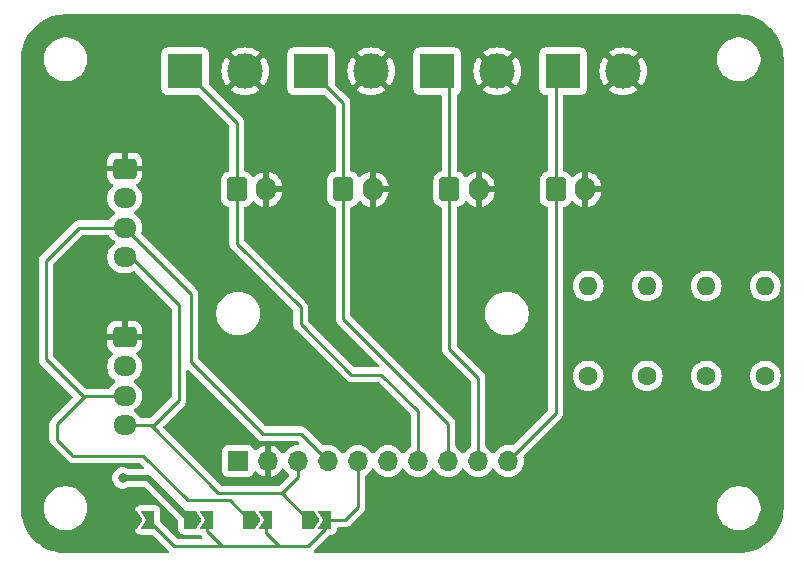
<source format=gtl>
G04 #@! TF.GenerationSoftware,KiCad,Pcbnew,8.0.1-8.0.1-1~ubuntu22.04.1*
G04 #@! TF.CreationDate,2024-05-03T10:53:24-07:00*
G04 #@! TF.ProjectId,pifire-ads-board,70696669-7265-42d6-9164-732d626f6172,rev?*
G04 #@! TF.SameCoordinates,Original*
G04 #@! TF.FileFunction,Copper,L1,Top*
G04 #@! TF.FilePolarity,Positive*
%FSLAX46Y46*%
G04 Gerber Fmt 4.6, Leading zero omitted, Abs format (unit mm)*
G04 Created by KiCad (PCBNEW 8.0.1-8.0.1-1~ubuntu22.04.1) date 2024-05-03 10:53:24*
%MOMM*%
%LPD*%
G01*
G04 APERTURE LIST*
G04 Aperture macros list*
%AMRoundRect*
0 Rectangle with rounded corners*
0 $1 Rounding radius*
0 $2 $3 $4 $5 $6 $7 $8 $9 X,Y pos of 4 corners*
0 Add a 4 corners polygon primitive as box body*
4,1,4,$2,$3,$4,$5,$6,$7,$8,$9,$2,$3,0*
0 Add four circle primitives for the rounded corners*
1,1,$1+$1,$2,$3*
1,1,$1+$1,$4,$5*
1,1,$1+$1,$6,$7*
1,1,$1+$1,$8,$9*
0 Add four rect primitives between the rounded corners*
20,1,$1+$1,$2,$3,$4,$5,0*
20,1,$1+$1,$4,$5,$6,$7,0*
20,1,$1+$1,$6,$7,$8,$9,0*
20,1,$1+$1,$8,$9,$2,$3,0*%
%AMFreePoly0*
4,1,6,1.000000,0.000000,0.500000,-0.750000,-0.500000,-0.750000,-0.500000,0.750000,0.500000,0.750000,1.000000,0.000000,1.000000,0.000000,$1*%
%AMFreePoly1*
4,1,6,0.500000,-0.750000,-0.650000,-0.750000,-0.150000,0.000000,-0.650000,0.750000,0.500000,0.750000,0.500000,-0.750000,0.500000,-0.750000,$1*%
G04 Aperture macros list end*
G04 #@! TA.AperFunction,ComponentPad*
%ADD10RoundRect,0.250000X-0.725000X0.600000X-0.725000X-0.600000X0.725000X-0.600000X0.725000X0.600000X0*%
G04 #@! TD*
G04 #@! TA.AperFunction,ComponentPad*
%ADD11O,1.950000X1.700000*%
G04 #@! TD*
G04 #@! TA.AperFunction,ComponentPad*
%ADD12R,1.700000X1.700000*%
G04 #@! TD*
G04 #@! TA.AperFunction,ComponentPad*
%ADD13O,1.700000X1.700000*%
G04 #@! TD*
G04 #@! TA.AperFunction,ComponentPad*
%ADD14C,1.600000*%
G04 #@! TD*
G04 #@! TA.AperFunction,ComponentPad*
%ADD15O,1.600000X1.600000*%
G04 #@! TD*
G04 #@! TA.AperFunction,ComponentPad*
%ADD16R,3.000000X3.000000*%
G04 #@! TD*
G04 #@! TA.AperFunction,ComponentPad*
%ADD17C,3.000000*%
G04 #@! TD*
G04 #@! TA.AperFunction,ComponentPad*
%ADD18RoundRect,0.250000X-0.600000X-0.750000X0.600000X-0.750000X0.600000X0.750000X-0.600000X0.750000X0*%
G04 #@! TD*
G04 #@! TA.AperFunction,ComponentPad*
%ADD19O,1.700000X2.000000*%
G04 #@! TD*
G04 #@! TA.AperFunction,SMDPad,CuDef*
%ADD20FreePoly0,0.000000*%
G04 #@! TD*
G04 #@! TA.AperFunction,SMDPad,CuDef*
%ADD21FreePoly1,0.000000*%
G04 #@! TD*
G04 #@! TA.AperFunction,ViaPad*
%ADD22C,0.800000*%
G04 #@! TD*
G04 #@! TA.AperFunction,Conductor*
%ADD23C,0.250000*%
G04 #@! TD*
G04 #@! TA.AperFunction,Conductor*
%ADD24C,0.500000*%
G04 #@! TD*
G04 APERTURE END LIST*
D10*
X39000000Y-43250000D03*
D11*
X39000000Y-45750000D03*
X39000000Y-48250000D03*
X39000000Y-50750000D03*
D12*
X48608000Y-68000000D03*
D13*
X51148000Y-68000000D03*
X53688000Y-68000000D03*
X56228000Y-68000000D03*
X58768000Y-68000000D03*
X61308000Y-68000000D03*
X63848000Y-68000000D03*
X66388000Y-68000000D03*
X68928000Y-68000000D03*
X71468000Y-68000000D03*
D14*
X78250000Y-60810000D03*
D15*
X78250000Y-53190000D03*
D16*
X76128000Y-35000000D03*
D17*
X81208000Y-35000000D03*
D18*
X66500000Y-45000000D03*
D19*
X69000000Y-45000000D03*
D16*
X44124000Y-35000000D03*
D17*
X49204000Y-35000000D03*
D20*
X44550000Y-73000000D03*
D21*
X46000000Y-73000000D03*
D20*
X39550000Y-73000000D03*
D21*
X41000000Y-73000000D03*
D16*
X65460000Y-35000000D03*
D17*
X70540000Y-35000000D03*
D14*
X88250000Y-60810000D03*
D15*
X88250000Y-53190000D03*
D18*
X57500000Y-45000000D03*
D19*
X60000000Y-45000000D03*
D20*
X54550000Y-73000000D03*
D21*
X56000000Y-73000000D03*
D20*
X49550000Y-73000000D03*
D21*
X51000000Y-73000000D03*
D18*
X75500000Y-45000000D03*
D19*
X78000000Y-45000000D03*
D18*
X48500000Y-45000000D03*
D19*
X51000000Y-45000000D03*
D10*
X39000000Y-57500000D03*
D11*
X39000000Y-60000000D03*
X39000000Y-62500000D03*
X39000000Y-65000000D03*
D14*
X83250000Y-60810000D03*
D15*
X83250000Y-53190000D03*
D16*
X54792000Y-35000000D03*
D17*
X59872000Y-35000000D03*
D14*
X93250000Y-60810000D03*
D15*
X93250000Y-53190000D03*
D22*
X38850000Y-69450000D03*
D23*
X53900000Y-55000000D02*
X48500000Y-49600000D01*
X60750000Y-60700000D02*
X58200000Y-60700000D01*
X53900000Y-56400000D02*
X53900000Y-55000000D01*
X48500000Y-45000000D02*
X48500000Y-39376000D01*
X48500000Y-39376000D02*
X44124000Y-35000000D01*
X48500000Y-49600000D02*
X48500000Y-45000000D01*
X58200000Y-60700000D02*
X53900000Y-56400000D01*
X63848000Y-63798000D02*
X60750000Y-60700000D01*
X63848000Y-68000000D02*
X63848000Y-63798000D01*
X37150000Y-43250000D02*
X30600000Y-49800000D01*
X30600000Y-64550000D02*
X39050000Y-73000000D01*
X30600000Y-49800000D02*
X30600000Y-64550000D01*
X39050000Y-73000000D02*
X39550000Y-73000000D01*
X39000000Y-43250000D02*
X37150000Y-43250000D01*
X66388000Y-64838000D02*
X57500000Y-55950000D01*
X57500000Y-45000000D02*
X57500000Y-37708000D01*
X57500000Y-37708000D02*
X54792000Y-35000000D01*
X57500000Y-55950000D02*
X57500000Y-45000000D01*
X66388000Y-68000000D02*
X66388000Y-64838000D01*
X66500000Y-36040000D02*
X65460000Y-35000000D01*
X68928000Y-68000000D02*
X68928000Y-60978000D01*
X66500000Y-58550000D02*
X66500000Y-45000000D01*
X66500000Y-45000000D02*
X66500000Y-36040000D01*
X68928000Y-60978000D02*
X66500000Y-58550000D01*
X71468000Y-68000000D02*
X75500000Y-63968000D01*
X75500000Y-63968000D02*
X75500000Y-45000000D01*
X75500000Y-35628000D02*
X76128000Y-35000000D01*
X75500000Y-45000000D02*
X75500000Y-35628000D01*
D24*
X38850000Y-69450000D02*
X41000000Y-69450000D01*
X41000000Y-69450000D02*
X44550000Y-73000000D01*
D23*
X56228000Y-68000000D02*
X53928000Y-65700000D01*
X35450000Y-62500000D02*
X39000000Y-62500000D01*
X35650000Y-62500000D02*
X33250000Y-64900000D01*
X32350000Y-59400000D02*
X35450000Y-62500000D01*
X44600000Y-53850000D02*
X39000000Y-48250000D01*
X39000000Y-48250000D02*
X35150000Y-48250000D01*
X47900000Y-71350000D02*
X49550000Y-73000000D01*
X39000000Y-62500000D02*
X35650000Y-62500000D01*
X34550000Y-67550000D02*
X40550000Y-67550000D01*
X33250000Y-66200000D02*
X34550000Y-67500000D01*
X53928000Y-65700000D02*
X50700000Y-65700000D01*
X44350000Y-71350000D02*
X47900000Y-71350000D01*
X35150000Y-48250000D02*
X32350000Y-51050000D01*
X33250000Y-64900000D02*
X33250000Y-66200000D01*
X34550000Y-67500000D02*
X34550000Y-67550000D01*
X40550000Y-67550000D02*
X44350000Y-71350000D01*
X44600000Y-59600000D02*
X44600000Y-53850000D01*
X50700000Y-65700000D02*
X44600000Y-59600000D01*
X32350000Y-51050000D02*
X32350000Y-59400000D01*
X41450000Y-65000000D02*
X43600000Y-62850000D01*
X46950000Y-70750000D02*
X52300000Y-70750000D01*
X41200000Y-65000000D02*
X46950000Y-70750000D01*
X39000000Y-65000000D02*
X41450000Y-65000000D01*
X53688000Y-69362000D02*
X52300000Y-70750000D01*
X53688000Y-68000000D02*
X53688000Y-69362000D01*
X39000000Y-65000000D02*
X41200000Y-65000000D01*
X52300000Y-70750000D02*
X54550000Y-73000000D01*
X43600000Y-54800000D02*
X39550000Y-50750000D01*
X43600000Y-62850000D02*
X43600000Y-54800000D01*
X39550000Y-50750000D02*
X39000000Y-50750000D01*
X57650000Y-73000000D02*
X58768000Y-71882000D01*
X46000000Y-73950000D02*
X47250000Y-75200000D01*
X56000000Y-73000000D02*
X57650000Y-73000000D01*
X54550000Y-75200000D02*
X56000000Y-73750000D01*
X43200000Y-75200000D02*
X47250000Y-75200000D01*
X47250000Y-75200000D02*
X52050000Y-75200000D01*
X46000000Y-73000000D02*
X46000000Y-73950000D01*
X56000000Y-73750000D02*
X56000000Y-73000000D01*
X41000000Y-73000000D02*
X43200000Y-75200000D01*
X51000000Y-73000000D02*
X51000000Y-74150000D01*
X52050000Y-75200000D02*
X54550000Y-75200000D01*
X51000000Y-74150000D02*
X52050000Y-75200000D01*
X58768000Y-71882000D02*
X58768000Y-68000000D01*
G04 #@! TA.AperFunction,Conductor*
G36*
X91003032Y-30200649D02*
G01*
X91067797Y-30203830D01*
X91366338Y-30218497D01*
X91378440Y-30219689D01*
X91735230Y-30272613D01*
X91747140Y-30274982D01*
X92097046Y-30362629D01*
X92108663Y-30366154D01*
X92448275Y-30487669D01*
X92459497Y-30492317D01*
X92785582Y-30646543D01*
X92796290Y-30652267D01*
X92984308Y-30764961D01*
X93105659Y-30837696D01*
X93115777Y-30844456D01*
X93405488Y-31059321D01*
X93414894Y-31067041D01*
X93682146Y-31309264D01*
X93690735Y-31317853D01*
X93894324Y-31542479D01*
X93932958Y-31585105D01*
X93940678Y-31594511D01*
X94155543Y-31884222D01*
X94162303Y-31894340D01*
X94347725Y-32203697D01*
X94353460Y-32214425D01*
X94411328Y-32336777D01*
X94507679Y-32540495D01*
X94512334Y-32551734D01*
X94593029Y-32777262D01*
X94633840Y-32891319D01*
X94637373Y-32902964D01*
X94725014Y-33252846D01*
X94727388Y-33264782D01*
X94780309Y-33621555D01*
X94781502Y-33633664D01*
X94799351Y-33996967D01*
X94799500Y-34003052D01*
X94799500Y-53139232D01*
X94784103Y-53191667D01*
X94797069Y-53216335D01*
X94799500Y-53240767D01*
X94799500Y-60759232D01*
X94784103Y-60811667D01*
X94797069Y-60836335D01*
X94799500Y-60860767D01*
X94799500Y-71996947D01*
X94799351Y-72003032D01*
X94781502Y-72366335D01*
X94780309Y-72378444D01*
X94727388Y-72735217D01*
X94725014Y-72747153D01*
X94637373Y-73097035D01*
X94633840Y-73108680D01*
X94512335Y-73448262D01*
X94507679Y-73459504D01*
X94353462Y-73785570D01*
X94347725Y-73796302D01*
X94162303Y-74105659D01*
X94155543Y-74115777D01*
X93940678Y-74405488D01*
X93932958Y-74414894D01*
X93690743Y-74682138D01*
X93682138Y-74690743D01*
X93414894Y-74932958D01*
X93405488Y-74940678D01*
X93115777Y-75155543D01*
X93105659Y-75162303D01*
X92796302Y-75347725D01*
X92785570Y-75353462D01*
X92459504Y-75507679D01*
X92448262Y-75512335D01*
X92108680Y-75633840D01*
X92097035Y-75637373D01*
X91747153Y-75725014D01*
X91735217Y-75727388D01*
X91378444Y-75780309D01*
X91366335Y-75781502D01*
X91003033Y-75799351D01*
X90996948Y-75799500D01*
X55134451Y-75799500D01*
X55067412Y-75779815D01*
X55021657Y-75727011D01*
X55011713Y-75657853D01*
X55040738Y-75594297D01*
X55046770Y-75587819D01*
X56342772Y-74291819D01*
X56404095Y-74258334D01*
X56430453Y-74255500D01*
X56500000Y-74255500D01*
X56571940Y-74250355D01*
X56709992Y-74209819D01*
X56831032Y-74132031D01*
X56925254Y-74023294D01*
X56985024Y-73892416D01*
X57005500Y-73750000D01*
X57005500Y-73749500D01*
X57005547Y-73749339D01*
X57005816Y-73745580D01*
X57006633Y-73745638D01*
X57025185Y-73682461D01*
X57077989Y-73636706D01*
X57129500Y-73625500D01*
X57711607Y-73625500D01*
X57772029Y-73613481D01*
X57832452Y-73601463D01*
X57877144Y-73582951D01*
X57946286Y-73554312D01*
X57997509Y-73520084D01*
X58048733Y-73485858D01*
X58135858Y-73398733D01*
X58135859Y-73398731D01*
X58142925Y-73391665D01*
X58142928Y-73391661D01*
X59166729Y-72367860D01*
X59166733Y-72367858D01*
X59253858Y-72280733D01*
X59322311Y-72178286D01*
X59322312Y-72178285D01*
X59345921Y-72121288D01*
X89149500Y-72121288D01*
X89181161Y-72361785D01*
X89243947Y-72596104D01*
X89301570Y-72735217D01*
X89336776Y-72820212D01*
X89458064Y-73030289D01*
X89458066Y-73030292D01*
X89458067Y-73030293D01*
X89605733Y-73222736D01*
X89605739Y-73222743D01*
X89777256Y-73394260D01*
X89777263Y-73394266D01*
X89783085Y-73398733D01*
X89969711Y-73541936D01*
X90179788Y-73663224D01*
X90375269Y-73744195D01*
X90387688Y-73749339D01*
X90403900Y-73756054D01*
X90638211Y-73818838D01*
X90818586Y-73842584D01*
X90878711Y-73850500D01*
X90878712Y-73850500D01*
X91121289Y-73850500D01*
X91169388Y-73844167D01*
X91361789Y-73818838D01*
X91596100Y-73756054D01*
X91820212Y-73663224D01*
X92030289Y-73541936D01*
X92222738Y-73394265D01*
X92394265Y-73222738D01*
X92541936Y-73030289D01*
X92663224Y-72820212D01*
X92756054Y-72596100D01*
X92818838Y-72361789D01*
X92850500Y-72121288D01*
X92850500Y-71878712D01*
X92818838Y-71638211D01*
X92756054Y-71403900D01*
X92663224Y-71179788D01*
X92541936Y-70969711D01*
X92394265Y-70777262D01*
X92394260Y-70777256D01*
X92222743Y-70605739D01*
X92222736Y-70605733D01*
X92030293Y-70458067D01*
X92030292Y-70458066D01*
X92030289Y-70458064D01*
X91820212Y-70336776D01*
X91758331Y-70311144D01*
X91596104Y-70243947D01*
X91361785Y-70181161D01*
X91121289Y-70149500D01*
X91121288Y-70149500D01*
X90878712Y-70149500D01*
X90878711Y-70149500D01*
X90638214Y-70181161D01*
X90403895Y-70243947D01*
X90179794Y-70336773D01*
X90179785Y-70336777D01*
X89969706Y-70458067D01*
X89777263Y-70605733D01*
X89777256Y-70605739D01*
X89605739Y-70777256D01*
X89605733Y-70777263D01*
X89458067Y-70969706D01*
X89336777Y-71179785D01*
X89336773Y-71179794D01*
X89243947Y-71403895D01*
X89181161Y-71638214D01*
X89149500Y-71878711D01*
X89149500Y-72121288D01*
X59345921Y-72121288D01*
X59369463Y-72064451D01*
X59393500Y-71943607D01*
X59393500Y-71820393D01*
X59393500Y-69275226D01*
X59413185Y-69208187D01*
X59446374Y-69173654D01*
X59639401Y-69038495D01*
X59806495Y-68871401D01*
X59920891Y-68708026D01*
X59936425Y-68685842D01*
X59991002Y-68642217D01*
X60060500Y-68635023D01*
X60122855Y-68666546D01*
X60139575Y-68685842D01*
X60269500Y-68871395D01*
X60269505Y-68871401D01*
X60436599Y-69038495D01*
X60533384Y-69106265D01*
X60630165Y-69174032D01*
X60630167Y-69174033D01*
X60630170Y-69174035D01*
X60844337Y-69273903D01*
X60844343Y-69273904D01*
X60844344Y-69273905D01*
X60899285Y-69288626D01*
X61072592Y-69335063D01*
X61249034Y-69350500D01*
X61307999Y-69355659D01*
X61308000Y-69355659D01*
X61308001Y-69355659D01*
X61366966Y-69350500D01*
X61543408Y-69335063D01*
X61771663Y-69273903D01*
X61985830Y-69174035D01*
X62179401Y-69038495D01*
X62346495Y-68871401D01*
X62460891Y-68708026D01*
X62476425Y-68685842D01*
X62531002Y-68642217D01*
X62600500Y-68635023D01*
X62662855Y-68666546D01*
X62679575Y-68685842D01*
X62809500Y-68871395D01*
X62809505Y-68871401D01*
X62976599Y-69038495D01*
X63073384Y-69106265D01*
X63170165Y-69174032D01*
X63170167Y-69174033D01*
X63170170Y-69174035D01*
X63384337Y-69273903D01*
X63384343Y-69273904D01*
X63384344Y-69273905D01*
X63439285Y-69288626D01*
X63612592Y-69335063D01*
X63789034Y-69350500D01*
X63847999Y-69355659D01*
X63848000Y-69355659D01*
X63848001Y-69355659D01*
X63906966Y-69350500D01*
X64083408Y-69335063D01*
X64311663Y-69273903D01*
X64525830Y-69174035D01*
X64719401Y-69038495D01*
X64886495Y-68871401D01*
X65000891Y-68708026D01*
X65016425Y-68685842D01*
X65071002Y-68642217D01*
X65140500Y-68635023D01*
X65202855Y-68666546D01*
X65219575Y-68685842D01*
X65349500Y-68871395D01*
X65349505Y-68871401D01*
X65516599Y-69038495D01*
X65613384Y-69106265D01*
X65710165Y-69174032D01*
X65710167Y-69174033D01*
X65710170Y-69174035D01*
X65924337Y-69273903D01*
X65924343Y-69273904D01*
X65924344Y-69273905D01*
X65979285Y-69288626D01*
X66152592Y-69335063D01*
X66329034Y-69350500D01*
X66387999Y-69355659D01*
X66388000Y-69355659D01*
X66388001Y-69355659D01*
X66446966Y-69350500D01*
X66623408Y-69335063D01*
X66851663Y-69273903D01*
X67065830Y-69174035D01*
X67259401Y-69038495D01*
X67426495Y-68871401D01*
X67540891Y-68708026D01*
X67556425Y-68685842D01*
X67611002Y-68642217D01*
X67680500Y-68635023D01*
X67742855Y-68666546D01*
X67759575Y-68685842D01*
X67889500Y-68871395D01*
X67889505Y-68871401D01*
X68056599Y-69038495D01*
X68153384Y-69106265D01*
X68250165Y-69174032D01*
X68250167Y-69174033D01*
X68250170Y-69174035D01*
X68464337Y-69273903D01*
X68464343Y-69273904D01*
X68464344Y-69273905D01*
X68519285Y-69288626D01*
X68692592Y-69335063D01*
X68869034Y-69350500D01*
X68927999Y-69355659D01*
X68928000Y-69355659D01*
X68928001Y-69355659D01*
X68986966Y-69350500D01*
X69163408Y-69335063D01*
X69391663Y-69273903D01*
X69605830Y-69174035D01*
X69799401Y-69038495D01*
X69966495Y-68871401D01*
X70080891Y-68708026D01*
X70096425Y-68685842D01*
X70151002Y-68642217D01*
X70220500Y-68635023D01*
X70282855Y-68666546D01*
X70299575Y-68685842D01*
X70429500Y-68871395D01*
X70429505Y-68871401D01*
X70596599Y-69038495D01*
X70693384Y-69106265D01*
X70790165Y-69174032D01*
X70790167Y-69174033D01*
X70790170Y-69174035D01*
X71004337Y-69273903D01*
X71004343Y-69273904D01*
X71004344Y-69273905D01*
X71059285Y-69288626D01*
X71232592Y-69335063D01*
X71409034Y-69350500D01*
X71467999Y-69355659D01*
X71468000Y-69355659D01*
X71468001Y-69355659D01*
X71526966Y-69350500D01*
X71703408Y-69335063D01*
X71931663Y-69273903D01*
X72145830Y-69174035D01*
X72339401Y-69038495D01*
X72506495Y-68871401D01*
X72642035Y-68677830D01*
X72741903Y-68463663D01*
X72803063Y-68235408D01*
X72823659Y-68000000D01*
X72803063Y-67764592D01*
X72776143Y-67664125D01*
X72777806Y-67594276D01*
X72808235Y-67544353D01*
X75898729Y-64453860D01*
X75898733Y-64453858D01*
X75985858Y-64366733D01*
X76020084Y-64315509D01*
X76054312Y-64264286D01*
X76101463Y-64150451D01*
X76125500Y-64029607D01*
X76125500Y-63906393D01*
X76125500Y-60810001D01*
X76944532Y-60810001D01*
X76964364Y-61036686D01*
X76964366Y-61036697D01*
X77023258Y-61256488D01*
X77023261Y-61256497D01*
X77119431Y-61462732D01*
X77119432Y-61462734D01*
X77249954Y-61649141D01*
X77410858Y-61810045D01*
X77410861Y-61810047D01*
X77597266Y-61940568D01*
X77803504Y-62036739D01*
X78023308Y-62095635D01*
X78185230Y-62109801D01*
X78249998Y-62115468D01*
X78250000Y-62115468D01*
X78250002Y-62115468D01*
X78306673Y-62110509D01*
X78476692Y-62095635D01*
X78696496Y-62036739D01*
X78902734Y-61940568D01*
X79089139Y-61810047D01*
X79250047Y-61649139D01*
X79380568Y-61462734D01*
X79476739Y-61256496D01*
X79535635Y-61036692D01*
X79555468Y-60810001D01*
X81944532Y-60810001D01*
X81964364Y-61036686D01*
X81964366Y-61036697D01*
X82023258Y-61256488D01*
X82023261Y-61256497D01*
X82119431Y-61462732D01*
X82119432Y-61462734D01*
X82249954Y-61649141D01*
X82410858Y-61810045D01*
X82410861Y-61810047D01*
X82597266Y-61940568D01*
X82803504Y-62036739D01*
X83023308Y-62095635D01*
X83185230Y-62109801D01*
X83249998Y-62115468D01*
X83250000Y-62115468D01*
X83250002Y-62115468D01*
X83306673Y-62110509D01*
X83476692Y-62095635D01*
X83696496Y-62036739D01*
X83902734Y-61940568D01*
X84089139Y-61810047D01*
X84250047Y-61649139D01*
X84380568Y-61462734D01*
X84476739Y-61256496D01*
X84535635Y-61036692D01*
X84555468Y-60810001D01*
X86944532Y-60810001D01*
X86964364Y-61036686D01*
X86964366Y-61036697D01*
X87023258Y-61256488D01*
X87023261Y-61256497D01*
X87119431Y-61462732D01*
X87119432Y-61462734D01*
X87249954Y-61649141D01*
X87410858Y-61810045D01*
X87410861Y-61810047D01*
X87597266Y-61940568D01*
X87803504Y-62036739D01*
X88023308Y-62095635D01*
X88185230Y-62109801D01*
X88249998Y-62115468D01*
X88250000Y-62115468D01*
X88250002Y-62115468D01*
X88306673Y-62110509D01*
X88476692Y-62095635D01*
X88696496Y-62036739D01*
X88902734Y-61940568D01*
X89089139Y-61810047D01*
X89250047Y-61649139D01*
X89380568Y-61462734D01*
X89476739Y-61256496D01*
X89535635Y-61036692D01*
X89555468Y-60810001D01*
X91944532Y-60810001D01*
X91964364Y-61036686D01*
X91964366Y-61036697D01*
X92023258Y-61256488D01*
X92023261Y-61256497D01*
X92119431Y-61462732D01*
X92119432Y-61462734D01*
X92249954Y-61649141D01*
X92410858Y-61810045D01*
X92410861Y-61810047D01*
X92597266Y-61940568D01*
X92803504Y-62036739D01*
X93023308Y-62095635D01*
X93185230Y-62109801D01*
X93249998Y-62115468D01*
X93250000Y-62115468D01*
X93250002Y-62115468D01*
X93306673Y-62110509D01*
X93476692Y-62095635D01*
X93696496Y-62036739D01*
X93902734Y-61940568D01*
X94089139Y-61810047D01*
X94250047Y-61649139D01*
X94380568Y-61462734D01*
X94476739Y-61256496D01*
X94535635Y-61036692D01*
X94551972Y-60849960D01*
X94567260Y-60810874D01*
X94556523Y-60794167D01*
X94551972Y-60770039D01*
X94546528Y-60707816D01*
X94535635Y-60583308D01*
X94476739Y-60363504D01*
X94380568Y-60157266D01*
X94250047Y-59970861D01*
X94250045Y-59970858D01*
X94089141Y-59809954D01*
X93902734Y-59679432D01*
X93902732Y-59679431D01*
X93696497Y-59583261D01*
X93696488Y-59583258D01*
X93476697Y-59524366D01*
X93476693Y-59524365D01*
X93476692Y-59524365D01*
X93476691Y-59524364D01*
X93476686Y-59524364D01*
X93250002Y-59504532D01*
X93249998Y-59504532D01*
X93023313Y-59524364D01*
X93023302Y-59524366D01*
X92803511Y-59583258D01*
X92803502Y-59583261D01*
X92597267Y-59679431D01*
X92597265Y-59679432D01*
X92410858Y-59809954D01*
X92249954Y-59970858D01*
X92119432Y-60157265D01*
X92119431Y-60157267D01*
X92023261Y-60363502D01*
X92023258Y-60363511D01*
X91964366Y-60583302D01*
X91964364Y-60583313D01*
X91944532Y-60809998D01*
X91944532Y-60810001D01*
X89555468Y-60810001D01*
X89555468Y-60810000D01*
X89535635Y-60583308D01*
X89476739Y-60363504D01*
X89380568Y-60157266D01*
X89250047Y-59970861D01*
X89250045Y-59970858D01*
X89089141Y-59809954D01*
X88902734Y-59679432D01*
X88902732Y-59679431D01*
X88696497Y-59583261D01*
X88696488Y-59583258D01*
X88476697Y-59524366D01*
X88476693Y-59524365D01*
X88476692Y-59524365D01*
X88476691Y-59524364D01*
X88476686Y-59524364D01*
X88250002Y-59504532D01*
X88249998Y-59504532D01*
X88023313Y-59524364D01*
X88023302Y-59524366D01*
X87803511Y-59583258D01*
X87803502Y-59583261D01*
X87597267Y-59679431D01*
X87597265Y-59679432D01*
X87410858Y-59809954D01*
X87249954Y-59970858D01*
X87119432Y-60157265D01*
X87119431Y-60157267D01*
X87023261Y-60363502D01*
X87023258Y-60363511D01*
X86964366Y-60583302D01*
X86964364Y-60583313D01*
X86944532Y-60809998D01*
X86944532Y-60810001D01*
X84555468Y-60810001D01*
X84555468Y-60810000D01*
X84535635Y-60583308D01*
X84476739Y-60363504D01*
X84380568Y-60157266D01*
X84250047Y-59970861D01*
X84250045Y-59970858D01*
X84089141Y-59809954D01*
X83902734Y-59679432D01*
X83902732Y-59679431D01*
X83696497Y-59583261D01*
X83696488Y-59583258D01*
X83476697Y-59524366D01*
X83476693Y-59524365D01*
X83476692Y-59524365D01*
X83476691Y-59524364D01*
X83476686Y-59524364D01*
X83250002Y-59504532D01*
X83249998Y-59504532D01*
X83023313Y-59524364D01*
X83023302Y-59524366D01*
X82803511Y-59583258D01*
X82803502Y-59583261D01*
X82597267Y-59679431D01*
X82597265Y-59679432D01*
X82410858Y-59809954D01*
X82249954Y-59970858D01*
X82119432Y-60157265D01*
X82119431Y-60157267D01*
X82023261Y-60363502D01*
X82023258Y-60363511D01*
X81964366Y-60583302D01*
X81964364Y-60583313D01*
X81944532Y-60809998D01*
X81944532Y-60810001D01*
X79555468Y-60810001D01*
X79555468Y-60810000D01*
X79535635Y-60583308D01*
X79476739Y-60363504D01*
X79380568Y-60157266D01*
X79250047Y-59970861D01*
X79250045Y-59970858D01*
X79089141Y-59809954D01*
X78902734Y-59679432D01*
X78902732Y-59679431D01*
X78696497Y-59583261D01*
X78696488Y-59583258D01*
X78476697Y-59524366D01*
X78476693Y-59524365D01*
X78476692Y-59524365D01*
X78476691Y-59524364D01*
X78476686Y-59524364D01*
X78250002Y-59504532D01*
X78249998Y-59504532D01*
X78023313Y-59524364D01*
X78023302Y-59524366D01*
X77803511Y-59583258D01*
X77803502Y-59583261D01*
X77597267Y-59679431D01*
X77597265Y-59679432D01*
X77410858Y-59809954D01*
X77249954Y-59970858D01*
X77119432Y-60157265D01*
X77119431Y-60157267D01*
X77023261Y-60363502D01*
X77023258Y-60363511D01*
X76964366Y-60583302D01*
X76964364Y-60583313D01*
X76944532Y-60809998D01*
X76944532Y-60810001D01*
X76125500Y-60810001D01*
X76125500Y-53190001D01*
X76944532Y-53190001D01*
X76964364Y-53416686D01*
X76964366Y-53416697D01*
X77023258Y-53636488D01*
X77023261Y-53636497D01*
X77119431Y-53842732D01*
X77119432Y-53842734D01*
X77249954Y-54029141D01*
X77410858Y-54190045D01*
X77410861Y-54190047D01*
X77597266Y-54320568D01*
X77803504Y-54416739D01*
X78023308Y-54475635D01*
X78185230Y-54489801D01*
X78249998Y-54495468D01*
X78250000Y-54495468D01*
X78250002Y-54495468D01*
X78306673Y-54490509D01*
X78476692Y-54475635D01*
X78696496Y-54416739D01*
X78902734Y-54320568D01*
X79089139Y-54190047D01*
X79250047Y-54029139D01*
X79380568Y-53842734D01*
X79476739Y-53636496D01*
X79535635Y-53416692D01*
X79555468Y-53190001D01*
X81944532Y-53190001D01*
X81964364Y-53416686D01*
X81964366Y-53416697D01*
X82023258Y-53636488D01*
X82023261Y-53636497D01*
X82119431Y-53842732D01*
X82119432Y-53842734D01*
X82249954Y-54029141D01*
X82410858Y-54190045D01*
X82410861Y-54190047D01*
X82597266Y-54320568D01*
X82803504Y-54416739D01*
X83023308Y-54475635D01*
X83185230Y-54489801D01*
X83249998Y-54495468D01*
X83250000Y-54495468D01*
X83250002Y-54495468D01*
X83306673Y-54490509D01*
X83476692Y-54475635D01*
X83696496Y-54416739D01*
X83902734Y-54320568D01*
X84089139Y-54190047D01*
X84250047Y-54029139D01*
X84380568Y-53842734D01*
X84476739Y-53636496D01*
X84535635Y-53416692D01*
X84555468Y-53190001D01*
X86944532Y-53190001D01*
X86964364Y-53416686D01*
X86964366Y-53416697D01*
X87023258Y-53636488D01*
X87023261Y-53636497D01*
X87119431Y-53842732D01*
X87119432Y-53842734D01*
X87249954Y-54029141D01*
X87410858Y-54190045D01*
X87410861Y-54190047D01*
X87597266Y-54320568D01*
X87803504Y-54416739D01*
X88023308Y-54475635D01*
X88185230Y-54489801D01*
X88249998Y-54495468D01*
X88250000Y-54495468D01*
X88250002Y-54495468D01*
X88306673Y-54490509D01*
X88476692Y-54475635D01*
X88696496Y-54416739D01*
X88902734Y-54320568D01*
X89089139Y-54190047D01*
X89250047Y-54029139D01*
X89380568Y-53842734D01*
X89476739Y-53636496D01*
X89535635Y-53416692D01*
X89555468Y-53190001D01*
X91944532Y-53190001D01*
X91964364Y-53416686D01*
X91964366Y-53416697D01*
X92023258Y-53636488D01*
X92023261Y-53636497D01*
X92119431Y-53842732D01*
X92119432Y-53842734D01*
X92249954Y-54029141D01*
X92410858Y-54190045D01*
X92410861Y-54190047D01*
X92597266Y-54320568D01*
X92803504Y-54416739D01*
X93023308Y-54475635D01*
X93185230Y-54489801D01*
X93249998Y-54495468D01*
X93250000Y-54495468D01*
X93250002Y-54495468D01*
X93306673Y-54490509D01*
X93476692Y-54475635D01*
X93696496Y-54416739D01*
X93902734Y-54320568D01*
X94089139Y-54190047D01*
X94250047Y-54029139D01*
X94380568Y-53842734D01*
X94476739Y-53636496D01*
X94535635Y-53416692D01*
X94551972Y-53229960D01*
X94567260Y-53190874D01*
X94556523Y-53174167D01*
X94551972Y-53150039D01*
X94535635Y-52963313D01*
X94535635Y-52963308D01*
X94476739Y-52743504D01*
X94380568Y-52537266D01*
X94250047Y-52350861D01*
X94250045Y-52350858D01*
X94089141Y-52189954D01*
X93902734Y-52059432D01*
X93902732Y-52059431D01*
X93696497Y-51963261D01*
X93696488Y-51963258D01*
X93476697Y-51904366D01*
X93476693Y-51904365D01*
X93476692Y-51904365D01*
X93476691Y-51904364D01*
X93476686Y-51904364D01*
X93250002Y-51884532D01*
X93249998Y-51884532D01*
X93023313Y-51904364D01*
X93023302Y-51904366D01*
X92803511Y-51963258D01*
X92803502Y-51963261D01*
X92597267Y-52059431D01*
X92597265Y-52059432D01*
X92410858Y-52189954D01*
X92249954Y-52350858D01*
X92119432Y-52537265D01*
X92119431Y-52537267D01*
X92023261Y-52743502D01*
X92023258Y-52743511D01*
X91964366Y-52963302D01*
X91964364Y-52963313D01*
X91944532Y-53189998D01*
X91944532Y-53190001D01*
X89555468Y-53190001D01*
X89555468Y-53190000D01*
X89535635Y-52963308D01*
X89476739Y-52743504D01*
X89380568Y-52537266D01*
X89250047Y-52350861D01*
X89250045Y-52350858D01*
X89089141Y-52189954D01*
X88902734Y-52059432D01*
X88902732Y-52059431D01*
X88696497Y-51963261D01*
X88696488Y-51963258D01*
X88476697Y-51904366D01*
X88476693Y-51904365D01*
X88476692Y-51904365D01*
X88476691Y-51904364D01*
X88476686Y-51904364D01*
X88250002Y-51884532D01*
X88249998Y-51884532D01*
X88023313Y-51904364D01*
X88023302Y-51904366D01*
X87803511Y-51963258D01*
X87803502Y-51963261D01*
X87597267Y-52059431D01*
X87597265Y-52059432D01*
X87410858Y-52189954D01*
X87249954Y-52350858D01*
X87119432Y-52537265D01*
X87119431Y-52537267D01*
X87023261Y-52743502D01*
X87023258Y-52743511D01*
X86964366Y-52963302D01*
X86964364Y-52963313D01*
X86944532Y-53189998D01*
X86944532Y-53190001D01*
X84555468Y-53190001D01*
X84555468Y-53190000D01*
X84535635Y-52963308D01*
X84476739Y-52743504D01*
X84380568Y-52537266D01*
X84250047Y-52350861D01*
X84250045Y-52350858D01*
X84089141Y-52189954D01*
X83902734Y-52059432D01*
X83902732Y-52059431D01*
X83696497Y-51963261D01*
X83696488Y-51963258D01*
X83476697Y-51904366D01*
X83476693Y-51904365D01*
X83476692Y-51904365D01*
X83476691Y-51904364D01*
X83476686Y-51904364D01*
X83250002Y-51884532D01*
X83249998Y-51884532D01*
X83023313Y-51904364D01*
X83023302Y-51904366D01*
X82803511Y-51963258D01*
X82803502Y-51963261D01*
X82597267Y-52059431D01*
X82597265Y-52059432D01*
X82410858Y-52189954D01*
X82249954Y-52350858D01*
X82119432Y-52537265D01*
X82119431Y-52537267D01*
X82023261Y-52743502D01*
X82023258Y-52743511D01*
X81964366Y-52963302D01*
X81964364Y-52963313D01*
X81944532Y-53189998D01*
X81944532Y-53190001D01*
X79555468Y-53190001D01*
X79555468Y-53190000D01*
X79535635Y-52963308D01*
X79476739Y-52743504D01*
X79380568Y-52537266D01*
X79250047Y-52350861D01*
X79250045Y-52350858D01*
X79089141Y-52189954D01*
X78902734Y-52059432D01*
X78902732Y-52059431D01*
X78696497Y-51963261D01*
X78696488Y-51963258D01*
X78476697Y-51904366D01*
X78476693Y-51904365D01*
X78476692Y-51904365D01*
X78476691Y-51904364D01*
X78476686Y-51904364D01*
X78250002Y-51884532D01*
X78249998Y-51884532D01*
X78023313Y-51904364D01*
X78023302Y-51904366D01*
X77803511Y-51963258D01*
X77803502Y-51963261D01*
X77597267Y-52059431D01*
X77597265Y-52059432D01*
X77410858Y-52189954D01*
X77249954Y-52350858D01*
X77119432Y-52537265D01*
X77119431Y-52537267D01*
X77023261Y-52743502D01*
X77023258Y-52743511D01*
X76964366Y-52963302D01*
X76964364Y-52963313D01*
X76944532Y-53189998D01*
X76944532Y-53190001D01*
X76125500Y-53190001D01*
X76125500Y-46614981D01*
X76145185Y-46547942D01*
X76197989Y-46502187D01*
X76236899Y-46491623D01*
X76237391Y-46491572D01*
X76252797Y-46489999D01*
X76419334Y-46434814D01*
X76568656Y-46342712D01*
X76692712Y-46218656D01*
X76784814Y-46069334D01*
X76784814Y-46069331D01*
X76788448Y-46063441D01*
X76840395Y-46016716D01*
X76909358Y-46005493D01*
X76973440Y-46033336D01*
X76981668Y-46040856D01*
X77120535Y-46179723D01*
X77120540Y-46179727D01*
X77292442Y-46304620D01*
X77481782Y-46401095D01*
X77683871Y-46466757D01*
X77750000Y-46477231D01*
X77750000Y-45433012D01*
X77807007Y-45465925D01*
X77934174Y-45500000D01*
X78065826Y-45500000D01*
X78192993Y-45465925D01*
X78250000Y-45433012D01*
X78250000Y-46477230D01*
X78316126Y-46466757D01*
X78316129Y-46466757D01*
X78518217Y-46401095D01*
X78707557Y-46304620D01*
X78879459Y-46179727D01*
X78879464Y-46179723D01*
X79029723Y-46029464D01*
X79029727Y-46029459D01*
X79154620Y-45857557D01*
X79251095Y-45668217D01*
X79316757Y-45466130D01*
X79316757Y-45466127D01*
X79350000Y-45256246D01*
X79350000Y-45250000D01*
X78433012Y-45250000D01*
X78465925Y-45192993D01*
X78500000Y-45065826D01*
X78500000Y-44934174D01*
X78465925Y-44807007D01*
X78433012Y-44750000D01*
X79350000Y-44750000D01*
X79350000Y-44743753D01*
X79316757Y-44533872D01*
X79316757Y-44533869D01*
X79251095Y-44331782D01*
X79154620Y-44142442D01*
X79029727Y-43970540D01*
X79029723Y-43970535D01*
X78879464Y-43820276D01*
X78879459Y-43820272D01*
X78707557Y-43695379D01*
X78518215Y-43598903D01*
X78316124Y-43533241D01*
X78250000Y-43522768D01*
X78250000Y-44566988D01*
X78192993Y-44534075D01*
X78065826Y-44500000D01*
X77934174Y-44500000D01*
X77807007Y-44534075D01*
X77750000Y-44566988D01*
X77750000Y-43522768D01*
X77749999Y-43522768D01*
X77683875Y-43533241D01*
X77481784Y-43598903D01*
X77292442Y-43695379D01*
X77120541Y-43820271D01*
X76981668Y-43959144D01*
X76920345Y-43992628D01*
X76850653Y-43987644D01*
X76794720Y-43945772D01*
X76788448Y-43936558D01*
X76765890Y-43899986D01*
X76692712Y-43781344D01*
X76568656Y-43657288D01*
X76419334Y-43565186D01*
X76252797Y-43510001D01*
X76248965Y-43509609D01*
X76236894Y-43508376D01*
X76172203Y-43481978D01*
X76132053Y-43424796D01*
X76125500Y-43385018D01*
X76125500Y-37124499D01*
X76145185Y-37057460D01*
X76197989Y-37011705D01*
X76249500Y-37000499D01*
X77675871Y-37000499D01*
X77675872Y-37000499D01*
X77735483Y-36994091D01*
X77870331Y-36943796D01*
X77985546Y-36857546D01*
X78071796Y-36742331D01*
X78122091Y-36607483D01*
X78128500Y-36547873D01*
X78128500Y-35000001D01*
X79202891Y-35000001D01*
X79223300Y-35285362D01*
X79284109Y-35564895D01*
X79384091Y-35832958D01*
X79521191Y-36084038D01*
X79521196Y-36084046D01*
X79627882Y-36226561D01*
X79627883Y-36226562D01*
X80522767Y-35331677D01*
X80534497Y-35359995D01*
X80617670Y-35484472D01*
X80723528Y-35590330D01*
X80848005Y-35673503D01*
X80876320Y-35685231D01*
X79981436Y-36580115D01*
X80123960Y-36686807D01*
X80123961Y-36686808D01*
X80375042Y-36823908D01*
X80375041Y-36823908D01*
X80643104Y-36923890D01*
X80922637Y-36984699D01*
X81207999Y-37005109D01*
X81208001Y-37005109D01*
X81493362Y-36984699D01*
X81772895Y-36923890D01*
X82040958Y-36823908D01*
X82292047Y-36686803D01*
X82434561Y-36580116D01*
X82434562Y-36580115D01*
X81539679Y-35685231D01*
X81567995Y-35673503D01*
X81692472Y-35590330D01*
X81798330Y-35484472D01*
X81881503Y-35359995D01*
X81893231Y-35331678D01*
X82788115Y-36226562D01*
X82788116Y-36226561D01*
X82894803Y-36084047D01*
X83031908Y-35832958D01*
X83131890Y-35564895D01*
X83192699Y-35285362D01*
X83213109Y-35000001D01*
X83213109Y-34999998D01*
X83192699Y-34714637D01*
X83131890Y-34435104D01*
X83031908Y-34167041D01*
X83006925Y-34121288D01*
X89149500Y-34121288D01*
X89181161Y-34361785D01*
X89243947Y-34596104D01*
X89319422Y-34778316D01*
X89336776Y-34820212D01*
X89458064Y-35030289D01*
X89458066Y-35030292D01*
X89458067Y-35030293D01*
X89605733Y-35222736D01*
X89605739Y-35222743D01*
X89777256Y-35394260D01*
X89777262Y-35394265D01*
X89969711Y-35541936D01*
X90179788Y-35663224D01*
X90403900Y-35756054D01*
X90638211Y-35818838D01*
X90818586Y-35842584D01*
X90878711Y-35850500D01*
X90878712Y-35850500D01*
X91121289Y-35850500D01*
X91169388Y-35844167D01*
X91361789Y-35818838D01*
X91596100Y-35756054D01*
X91820212Y-35663224D01*
X92030289Y-35541936D01*
X92222738Y-35394265D01*
X92394265Y-35222738D01*
X92541936Y-35030289D01*
X92663224Y-34820212D01*
X92756054Y-34596100D01*
X92818838Y-34361789D01*
X92850500Y-34121288D01*
X92850500Y-33878712D01*
X92818838Y-33638211D01*
X92756054Y-33403900D01*
X92663224Y-33179788D01*
X92541936Y-32969711D01*
X92394265Y-32777262D01*
X92394260Y-32777256D01*
X92222743Y-32605739D01*
X92222736Y-32605733D01*
X92030293Y-32458067D01*
X92030292Y-32458066D01*
X92030289Y-32458064D01*
X91820212Y-32336776D01*
X91820205Y-32336773D01*
X91596104Y-32243947D01*
X91361785Y-32181161D01*
X91121289Y-32149500D01*
X91121288Y-32149500D01*
X90878712Y-32149500D01*
X90878711Y-32149500D01*
X90638214Y-32181161D01*
X90403895Y-32243947D01*
X90179794Y-32336773D01*
X90179785Y-32336777D01*
X89969706Y-32458067D01*
X89777263Y-32605733D01*
X89777256Y-32605739D01*
X89605739Y-32777256D01*
X89605733Y-32777263D01*
X89458067Y-32969706D01*
X89336777Y-33179785D01*
X89336773Y-33179794D01*
X89243947Y-33403895D01*
X89181161Y-33638214D01*
X89149500Y-33878711D01*
X89149500Y-34121288D01*
X83006925Y-34121288D01*
X82894808Y-33915961D01*
X82894807Y-33915960D01*
X82788115Y-33773436D01*
X81893231Y-34668320D01*
X81881503Y-34640005D01*
X81798330Y-34515528D01*
X81692472Y-34409670D01*
X81567995Y-34326497D01*
X81539678Y-34314767D01*
X82434562Y-33419883D01*
X82434561Y-33419882D01*
X82292046Y-33313196D01*
X82292038Y-33313191D01*
X82040957Y-33176091D01*
X82040958Y-33176091D01*
X81772895Y-33076109D01*
X81493362Y-33015300D01*
X81208001Y-32994891D01*
X81207999Y-32994891D01*
X80922637Y-33015300D01*
X80643104Y-33076109D01*
X80375041Y-33176091D01*
X80123961Y-33313191D01*
X80123953Y-33313196D01*
X79981437Y-33419882D01*
X79981436Y-33419883D01*
X80876321Y-34314767D01*
X80848005Y-34326497D01*
X80723528Y-34409670D01*
X80617670Y-34515528D01*
X80534497Y-34640005D01*
X80522768Y-34668321D01*
X79627883Y-33773436D01*
X79627882Y-33773437D01*
X79521196Y-33915953D01*
X79521191Y-33915961D01*
X79384091Y-34167041D01*
X79284109Y-34435104D01*
X79223300Y-34714637D01*
X79202891Y-34999998D01*
X79202891Y-35000001D01*
X78128500Y-35000001D01*
X78128499Y-33452128D01*
X78122091Y-33392517D01*
X78092506Y-33313196D01*
X78071797Y-33257671D01*
X78071793Y-33257664D01*
X77985547Y-33142455D01*
X77985544Y-33142452D01*
X77870335Y-33056206D01*
X77870328Y-33056202D01*
X77735482Y-33005908D01*
X77735483Y-33005908D01*
X77675883Y-32999501D01*
X77675881Y-32999500D01*
X77675873Y-32999500D01*
X77675864Y-32999500D01*
X74580129Y-32999500D01*
X74580123Y-32999501D01*
X74520516Y-33005908D01*
X74385671Y-33056202D01*
X74385664Y-33056206D01*
X74270455Y-33142452D01*
X74270452Y-33142455D01*
X74184206Y-33257664D01*
X74184202Y-33257671D01*
X74133908Y-33392517D01*
X74127501Y-33452116D01*
X74127501Y-33452123D01*
X74127500Y-33452135D01*
X74127500Y-36547870D01*
X74127501Y-36547876D01*
X74133908Y-36607483D01*
X74184202Y-36742328D01*
X74184206Y-36742335D01*
X74270452Y-36857544D01*
X74270455Y-36857547D01*
X74385664Y-36943793D01*
X74385671Y-36943797D01*
X74430618Y-36960561D01*
X74520517Y-36994091D01*
X74580127Y-37000500D01*
X74750500Y-37000499D01*
X74817539Y-37020183D01*
X74863294Y-37072987D01*
X74874500Y-37124499D01*
X74874500Y-43385018D01*
X74854815Y-43452057D01*
X74802011Y-43497812D01*
X74763107Y-43508376D01*
X74747200Y-43510001D01*
X74580668Y-43565185D01*
X74580663Y-43565187D01*
X74431342Y-43657289D01*
X74307289Y-43781342D01*
X74215187Y-43930663D01*
X74215185Y-43930668D01*
X74210180Y-43945772D01*
X74160001Y-44097203D01*
X74160001Y-44097204D01*
X74160000Y-44097204D01*
X74149500Y-44199983D01*
X74149500Y-45800001D01*
X74149501Y-45800018D01*
X74160000Y-45902796D01*
X74160001Y-45902799D01*
X74194031Y-46005493D01*
X74215186Y-46069334D01*
X74307288Y-46218656D01*
X74431344Y-46342712D01*
X74580666Y-46434814D01*
X74747203Y-46489999D01*
X74763101Y-46491623D01*
X74827793Y-46518018D01*
X74867945Y-46575198D01*
X74874500Y-46614981D01*
X74874500Y-63657547D01*
X74854815Y-63724586D01*
X74838181Y-63745228D01*
X71923646Y-66659762D01*
X71862323Y-66693247D01*
X71803872Y-66691856D01*
X71703413Y-66664938D01*
X71703403Y-66664936D01*
X71468001Y-66644341D01*
X71467999Y-66644341D01*
X71232596Y-66664936D01*
X71232586Y-66664938D01*
X71004344Y-66726094D01*
X71004335Y-66726098D01*
X70790171Y-66825964D01*
X70790169Y-66825965D01*
X70596597Y-66961505D01*
X70429505Y-67128597D01*
X70299575Y-67314158D01*
X70244998Y-67357783D01*
X70175500Y-67364977D01*
X70113145Y-67333454D01*
X70096425Y-67314158D01*
X69966494Y-67128597D01*
X69799401Y-66961505D01*
X69606376Y-66826347D01*
X69562751Y-66771770D01*
X69553500Y-66724772D01*
X69553500Y-61045741D01*
X69553501Y-61045720D01*
X69553501Y-60916391D01*
X69532338Y-60810001D01*
X69529463Y-60795549D01*
X69482312Y-60681715D01*
X69413858Y-60579267D01*
X69413855Y-60579263D01*
X67161819Y-58327227D01*
X67128334Y-58265904D01*
X67125500Y-58239546D01*
X67125500Y-55643288D01*
X69513500Y-55643288D01*
X69545161Y-55883785D01*
X69607947Y-56118104D01*
X69682259Y-56297509D01*
X69700776Y-56342212D01*
X69822064Y-56552289D01*
X69822066Y-56552292D01*
X69822067Y-56552293D01*
X69969733Y-56744736D01*
X69969737Y-56744741D01*
X70141256Y-56916260D01*
X70141262Y-56916265D01*
X70333711Y-57063936D01*
X70543788Y-57185224D01*
X70767900Y-57278054D01*
X71002211Y-57340838D01*
X71182586Y-57364584D01*
X71242711Y-57372500D01*
X71242712Y-57372500D01*
X71485289Y-57372500D01*
X71533388Y-57366167D01*
X71725789Y-57340838D01*
X71960100Y-57278054D01*
X72184212Y-57185224D01*
X72394289Y-57063936D01*
X72586738Y-56916265D01*
X72652990Y-56850013D01*
X72758263Y-56744741D01*
X72758265Y-56744738D01*
X72905936Y-56552289D01*
X73027224Y-56342212D01*
X73120054Y-56118100D01*
X73182838Y-55883789D01*
X73214500Y-55643288D01*
X73214500Y-55400712D01*
X73182838Y-55160211D01*
X73120054Y-54925900D01*
X73027224Y-54701788D01*
X72905936Y-54491711D01*
X72758265Y-54299262D01*
X72758260Y-54299256D01*
X72586743Y-54127739D01*
X72586736Y-54127733D01*
X72394293Y-53980067D01*
X72394292Y-53980066D01*
X72394289Y-53980064D01*
X72184212Y-53858776D01*
X72184205Y-53858773D01*
X71960104Y-53765947D01*
X71725785Y-53703161D01*
X71485289Y-53671500D01*
X71485288Y-53671500D01*
X71242712Y-53671500D01*
X71242711Y-53671500D01*
X71002214Y-53703161D01*
X70767895Y-53765947D01*
X70543794Y-53858773D01*
X70543785Y-53858777D01*
X70333706Y-53980067D01*
X70141263Y-54127733D01*
X70141256Y-54127739D01*
X69969739Y-54299256D01*
X69969733Y-54299263D01*
X69822067Y-54491706D01*
X69700777Y-54701785D01*
X69700773Y-54701794D01*
X69607947Y-54925895D01*
X69545161Y-55160214D01*
X69513500Y-55400711D01*
X69513500Y-55643288D01*
X67125500Y-55643288D01*
X67125500Y-46614981D01*
X67145185Y-46547942D01*
X67197989Y-46502187D01*
X67236899Y-46491623D01*
X67237391Y-46491572D01*
X67252797Y-46489999D01*
X67419334Y-46434814D01*
X67568656Y-46342712D01*
X67692712Y-46218656D01*
X67784814Y-46069334D01*
X67784814Y-46069331D01*
X67788448Y-46063441D01*
X67840395Y-46016716D01*
X67909358Y-46005493D01*
X67973440Y-46033336D01*
X67981668Y-46040856D01*
X68120535Y-46179723D01*
X68120540Y-46179727D01*
X68292442Y-46304620D01*
X68481782Y-46401095D01*
X68683871Y-46466757D01*
X68750000Y-46477231D01*
X68750000Y-45433012D01*
X68807007Y-45465925D01*
X68934174Y-45500000D01*
X69065826Y-45500000D01*
X69192993Y-45465925D01*
X69250000Y-45433012D01*
X69250000Y-46477230D01*
X69316126Y-46466757D01*
X69316129Y-46466757D01*
X69518217Y-46401095D01*
X69707557Y-46304620D01*
X69879459Y-46179727D01*
X69879464Y-46179723D01*
X70029723Y-46029464D01*
X70029727Y-46029459D01*
X70154620Y-45857557D01*
X70251095Y-45668217D01*
X70316757Y-45466130D01*
X70316757Y-45466127D01*
X70350000Y-45256246D01*
X70350000Y-45250000D01*
X69433012Y-45250000D01*
X69465925Y-45192993D01*
X69500000Y-45065826D01*
X69500000Y-44934174D01*
X69465925Y-44807007D01*
X69433012Y-44750000D01*
X70350000Y-44750000D01*
X70350000Y-44743753D01*
X70316757Y-44533872D01*
X70316757Y-44533869D01*
X70251095Y-44331782D01*
X70154620Y-44142442D01*
X70029727Y-43970540D01*
X70029723Y-43970535D01*
X69879464Y-43820276D01*
X69879459Y-43820272D01*
X69707557Y-43695379D01*
X69518215Y-43598903D01*
X69316124Y-43533241D01*
X69250000Y-43522768D01*
X69250000Y-44566988D01*
X69192993Y-44534075D01*
X69065826Y-44500000D01*
X68934174Y-44500000D01*
X68807007Y-44534075D01*
X68750000Y-44566988D01*
X68750000Y-43522768D01*
X68749999Y-43522768D01*
X68683875Y-43533241D01*
X68481784Y-43598903D01*
X68292442Y-43695379D01*
X68120541Y-43820271D01*
X67981668Y-43959144D01*
X67920345Y-43992628D01*
X67850653Y-43987644D01*
X67794720Y-43945772D01*
X67788448Y-43936558D01*
X67765890Y-43899986D01*
X67692712Y-43781344D01*
X67568656Y-43657288D01*
X67419334Y-43565186D01*
X67252797Y-43510001D01*
X67248965Y-43509609D01*
X67236894Y-43508376D01*
X67172203Y-43481978D01*
X67132053Y-43424796D01*
X67125500Y-43385018D01*
X67125500Y-37058547D01*
X67145185Y-36991508D01*
X67194801Y-36948514D01*
X67194546Y-36948047D01*
X67196697Y-36946872D01*
X67197989Y-36945753D01*
X67201128Y-36944452D01*
X67202326Y-36943797D01*
X67202331Y-36943796D01*
X67317546Y-36857546D01*
X67403796Y-36742331D01*
X67454091Y-36607483D01*
X67460500Y-36547873D01*
X67460500Y-35000001D01*
X68534891Y-35000001D01*
X68555300Y-35285362D01*
X68616109Y-35564895D01*
X68716091Y-35832958D01*
X68853191Y-36084038D01*
X68853196Y-36084046D01*
X68959882Y-36226561D01*
X68959883Y-36226562D01*
X69854767Y-35331677D01*
X69866497Y-35359995D01*
X69949670Y-35484472D01*
X70055528Y-35590330D01*
X70180005Y-35673503D01*
X70208320Y-35685231D01*
X69313436Y-36580115D01*
X69455960Y-36686807D01*
X69455961Y-36686808D01*
X69707042Y-36823908D01*
X69707041Y-36823908D01*
X69975104Y-36923890D01*
X70254637Y-36984699D01*
X70539999Y-37005109D01*
X70540001Y-37005109D01*
X70825362Y-36984699D01*
X71104895Y-36923890D01*
X71372958Y-36823908D01*
X71624047Y-36686803D01*
X71766561Y-36580116D01*
X71766562Y-36580115D01*
X70871679Y-35685231D01*
X70899995Y-35673503D01*
X71024472Y-35590330D01*
X71130330Y-35484472D01*
X71213503Y-35359995D01*
X71225231Y-35331678D01*
X72120115Y-36226562D01*
X72120116Y-36226561D01*
X72226803Y-36084047D01*
X72363908Y-35832958D01*
X72463890Y-35564895D01*
X72524699Y-35285362D01*
X72545109Y-35000001D01*
X72545109Y-34999998D01*
X72524699Y-34714637D01*
X72463890Y-34435104D01*
X72363908Y-34167041D01*
X72226808Y-33915961D01*
X72226807Y-33915960D01*
X72120115Y-33773436D01*
X71225231Y-34668320D01*
X71213503Y-34640005D01*
X71130330Y-34515528D01*
X71024472Y-34409670D01*
X70899995Y-34326497D01*
X70871678Y-34314767D01*
X71766562Y-33419883D01*
X71766561Y-33419882D01*
X71624046Y-33313196D01*
X71624038Y-33313191D01*
X71372957Y-33176091D01*
X71372958Y-33176091D01*
X71104895Y-33076109D01*
X70825362Y-33015300D01*
X70540001Y-32994891D01*
X70539999Y-32994891D01*
X70254637Y-33015300D01*
X69975104Y-33076109D01*
X69707041Y-33176091D01*
X69455961Y-33313191D01*
X69455953Y-33313196D01*
X69313437Y-33419882D01*
X69313436Y-33419883D01*
X70208321Y-34314767D01*
X70180005Y-34326497D01*
X70055528Y-34409670D01*
X69949670Y-34515528D01*
X69866497Y-34640005D01*
X69854768Y-34668321D01*
X68959883Y-33773436D01*
X68959882Y-33773437D01*
X68853196Y-33915953D01*
X68853191Y-33915961D01*
X68716091Y-34167041D01*
X68616109Y-34435104D01*
X68555300Y-34714637D01*
X68534891Y-34999998D01*
X68534891Y-35000001D01*
X67460500Y-35000001D01*
X67460499Y-33452128D01*
X67454091Y-33392517D01*
X67424506Y-33313196D01*
X67403797Y-33257671D01*
X67403793Y-33257664D01*
X67317547Y-33142455D01*
X67317544Y-33142452D01*
X67202335Y-33056206D01*
X67202328Y-33056202D01*
X67067482Y-33005908D01*
X67067483Y-33005908D01*
X67007883Y-32999501D01*
X67007881Y-32999500D01*
X67007873Y-32999500D01*
X67007864Y-32999500D01*
X63912129Y-32999500D01*
X63912123Y-32999501D01*
X63852516Y-33005908D01*
X63717671Y-33056202D01*
X63717664Y-33056206D01*
X63602455Y-33142452D01*
X63602452Y-33142455D01*
X63516206Y-33257664D01*
X63516202Y-33257671D01*
X63465908Y-33392517D01*
X63459501Y-33452116D01*
X63459501Y-33452123D01*
X63459500Y-33452135D01*
X63459500Y-36547870D01*
X63459501Y-36547876D01*
X63465908Y-36607483D01*
X63516202Y-36742328D01*
X63516206Y-36742335D01*
X63602452Y-36857544D01*
X63602455Y-36857547D01*
X63717664Y-36943793D01*
X63717671Y-36943797D01*
X63852517Y-36994091D01*
X63852516Y-36994091D01*
X63859444Y-36994835D01*
X63912127Y-37000500D01*
X65750500Y-37000499D01*
X65817539Y-37020184D01*
X65863294Y-37072987D01*
X65874500Y-37124499D01*
X65874500Y-43385018D01*
X65854815Y-43452057D01*
X65802011Y-43497812D01*
X65763107Y-43508376D01*
X65747200Y-43510001D01*
X65580668Y-43565185D01*
X65580663Y-43565187D01*
X65431342Y-43657289D01*
X65307289Y-43781342D01*
X65215187Y-43930663D01*
X65215185Y-43930668D01*
X65210180Y-43945772D01*
X65160001Y-44097203D01*
X65160001Y-44097204D01*
X65160000Y-44097204D01*
X65149500Y-44199983D01*
X65149500Y-45800001D01*
X65149501Y-45800018D01*
X65160000Y-45902796D01*
X65160001Y-45902799D01*
X65194031Y-46005493D01*
X65215186Y-46069334D01*
X65307288Y-46218656D01*
X65431344Y-46342712D01*
X65580666Y-46434814D01*
X65747203Y-46489999D01*
X65763101Y-46491623D01*
X65827793Y-46518018D01*
X65867945Y-46575198D01*
X65874500Y-46614981D01*
X65874500Y-58611611D01*
X65898535Y-58732444D01*
X65898540Y-58732461D01*
X65945685Y-58846280D01*
X65945690Y-58846289D01*
X65979914Y-58897507D01*
X65979915Y-58897509D01*
X66014140Y-58948731D01*
X66014141Y-58948732D01*
X66014142Y-58948733D01*
X66101267Y-59035858D01*
X66101268Y-59035858D01*
X66108335Y-59042925D01*
X66108334Y-59042925D01*
X66108338Y-59042928D01*
X68266181Y-61200771D01*
X68299666Y-61262094D01*
X68302500Y-61288452D01*
X68302500Y-66724773D01*
X68282815Y-66791812D01*
X68249623Y-66826348D01*
X68056597Y-66961505D01*
X67889505Y-67128597D01*
X67759575Y-67314158D01*
X67704998Y-67357783D01*
X67635500Y-67364977D01*
X67573145Y-67333454D01*
X67556425Y-67314158D01*
X67426494Y-67128597D01*
X67259401Y-66961505D01*
X67066376Y-66826347D01*
X67022751Y-66771770D01*
X67013500Y-66724772D01*
X67013500Y-64776396D01*
X67013500Y-64776394D01*
X66989463Y-64655548D01*
X66975652Y-64622207D01*
X66942312Y-64541714D01*
X66883607Y-64453858D01*
X66873858Y-64439267D01*
X66786733Y-64352142D01*
X66786732Y-64352141D01*
X66783621Y-64349030D01*
X66783606Y-64349016D01*
X58161819Y-55727229D01*
X58128334Y-55665906D01*
X58125500Y-55639548D01*
X58125500Y-46614981D01*
X58145185Y-46547942D01*
X58197989Y-46502187D01*
X58236899Y-46491623D01*
X58237391Y-46491572D01*
X58252797Y-46489999D01*
X58419334Y-46434814D01*
X58568656Y-46342712D01*
X58692712Y-46218656D01*
X58784814Y-46069334D01*
X58784814Y-46069331D01*
X58788448Y-46063441D01*
X58840395Y-46016716D01*
X58909358Y-46005493D01*
X58973440Y-46033336D01*
X58981668Y-46040856D01*
X59120535Y-46179723D01*
X59120540Y-46179727D01*
X59292442Y-46304620D01*
X59481782Y-46401095D01*
X59683871Y-46466757D01*
X59750000Y-46477231D01*
X59750000Y-45433012D01*
X59807007Y-45465925D01*
X59934174Y-45500000D01*
X60065826Y-45500000D01*
X60192993Y-45465925D01*
X60250000Y-45433012D01*
X60250000Y-46477231D01*
X60316126Y-46466757D01*
X60316129Y-46466757D01*
X60518217Y-46401095D01*
X60707557Y-46304620D01*
X60879459Y-46179727D01*
X60879464Y-46179723D01*
X61029723Y-46029464D01*
X61029727Y-46029459D01*
X61154620Y-45857557D01*
X61251095Y-45668217D01*
X61316757Y-45466130D01*
X61316757Y-45466127D01*
X61350000Y-45256246D01*
X61350000Y-45250000D01*
X60433012Y-45250000D01*
X60465925Y-45192993D01*
X60500000Y-45065826D01*
X60500000Y-44934174D01*
X60465925Y-44807007D01*
X60433012Y-44750000D01*
X61350000Y-44750000D01*
X61350000Y-44743753D01*
X61316757Y-44533872D01*
X61316757Y-44533869D01*
X61251095Y-44331782D01*
X61154620Y-44142442D01*
X61029727Y-43970540D01*
X61029723Y-43970535D01*
X60879464Y-43820276D01*
X60879459Y-43820272D01*
X60707557Y-43695379D01*
X60518215Y-43598903D01*
X60316124Y-43533241D01*
X60250000Y-43522768D01*
X60250000Y-44566988D01*
X60192993Y-44534075D01*
X60065826Y-44500000D01*
X59934174Y-44500000D01*
X59807007Y-44534075D01*
X59750000Y-44566988D01*
X59750000Y-43522768D01*
X59749999Y-43522768D01*
X59683875Y-43533241D01*
X59481784Y-43598903D01*
X59292442Y-43695379D01*
X59120541Y-43820271D01*
X58981668Y-43959144D01*
X58920345Y-43992628D01*
X58850653Y-43987644D01*
X58794720Y-43945772D01*
X58788448Y-43936558D01*
X58765890Y-43899986D01*
X58692712Y-43781344D01*
X58568656Y-43657288D01*
X58419334Y-43565186D01*
X58252797Y-43510001D01*
X58248965Y-43509609D01*
X58236894Y-43508376D01*
X58172203Y-43481978D01*
X58132053Y-43424796D01*
X58125500Y-43385018D01*
X58125500Y-37646393D01*
X58125499Y-37646389D01*
X58101464Y-37525555D01*
X58101463Y-37525548D01*
X58054311Y-37411714D01*
X58054310Y-37411713D01*
X58054307Y-37411707D01*
X57985859Y-37309268D01*
X57985858Y-37309267D01*
X57898733Y-37222142D01*
X57898732Y-37222141D01*
X57363394Y-36686803D01*
X56828818Y-36152227D01*
X56795333Y-36090904D01*
X56792499Y-36064546D01*
X56792499Y-35000001D01*
X57866891Y-35000001D01*
X57887300Y-35285362D01*
X57948109Y-35564895D01*
X58048091Y-35832958D01*
X58185191Y-36084038D01*
X58185196Y-36084046D01*
X58291882Y-36226561D01*
X58291883Y-36226562D01*
X59186767Y-35331677D01*
X59198497Y-35359995D01*
X59281670Y-35484472D01*
X59387528Y-35590330D01*
X59512005Y-35673503D01*
X59540320Y-35685231D01*
X58645436Y-36580115D01*
X58787960Y-36686807D01*
X58787961Y-36686808D01*
X59039042Y-36823908D01*
X59039041Y-36823908D01*
X59307104Y-36923890D01*
X59586637Y-36984699D01*
X59871999Y-37005109D01*
X59872001Y-37005109D01*
X60157362Y-36984699D01*
X60436895Y-36923890D01*
X60704958Y-36823908D01*
X60956047Y-36686803D01*
X61098561Y-36580116D01*
X61098562Y-36580115D01*
X60203679Y-35685231D01*
X60231995Y-35673503D01*
X60356472Y-35590330D01*
X60462330Y-35484472D01*
X60545503Y-35359995D01*
X60557231Y-35331678D01*
X61452115Y-36226562D01*
X61452116Y-36226561D01*
X61558803Y-36084047D01*
X61695908Y-35832958D01*
X61795890Y-35564895D01*
X61856699Y-35285362D01*
X61877109Y-35000001D01*
X61877109Y-34999998D01*
X61856699Y-34714637D01*
X61795890Y-34435104D01*
X61695908Y-34167041D01*
X61558808Y-33915961D01*
X61558807Y-33915960D01*
X61452115Y-33773436D01*
X60557231Y-34668320D01*
X60545503Y-34640005D01*
X60462330Y-34515528D01*
X60356472Y-34409670D01*
X60231995Y-34326497D01*
X60203678Y-34314767D01*
X61098562Y-33419883D01*
X61098561Y-33419882D01*
X60956046Y-33313196D01*
X60956038Y-33313191D01*
X60704957Y-33176091D01*
X60704958Y-33176091D01*
X60436895Y-33076109D01*
X60157362Y-33015300D01*
X59872001Y-32994891D01*
X59871999Y-32994891D01*
X59586637Y-33015300D01*
X59307104Y-33076109D01*
X59039041Y-33176091D01*
X58787961Y-33313191D01*
X58787953Y-33313196D01*
X58645437Y-33419882D01*
X58645436Y-33419883D01*
X59540321Y-34314767D01*
X59512005Y-34326497D01*
X59387528Y-34409670D01*
X59281670Y-34515528D01*
X59198497Y-34640005D01*
X59186768Y-34668321D01*
X58291883Y-33773436D01*
X58291882Y-33773437D01*
X58185196Y-33915953D01*
X58185191Y-33915961D01*
X58048091Y-34167041D01*
X57948109Y-34435104D01*
X57887300Y-34714637D01*
X57866891Y-34999998D01*
X57866891Y-35000001D01*
X56792499Y-35000001D01*
X56792499Y-33452129D01*
X56792498Y-33452123D01*
X56792497Y-33452116D01*
X56786091Y-33392517D01*
X56756506Y-33313196D01*
X56735797Y-33257671D01*
X56735793Y-33257664D01*
X56649547Y-33142455D01*
X56649544Y-33142452D01*
X56534335Y-33056206D01*
X56534328Y-33056202D01*
X56399482Y-33005908D01*
X56399483Y-33005908D01*
X56339883Y-32999501D01*
X56339881Y-32999500D01*
X56339873Y-32999500D01*
X56339864Y-32999500D01*
X53244129Y-32999500D01*
X53244123Y-32999501D01*
X53184516Y-33005908D01*
X53049671Y-33056202D01*
X53049664Y-33056206D01*
X52934455Y-33142452D01*
X52934452Y-33142455D01*
X52848206Y-33257664D01*
X52848202Y-33257671D01*
X52797908Y-33392517D01*
X52791501Y-33452116D01*
X52791501Y-33452123D01*
X52791500Y-33452135D01*
X52791500Y-36547870D01*
X52791501Y-36547876D01*
X52797908Y-36607483D01*
X52848202Y-36742328D01*
X52848206Y-36742335D01*
X52934452Y-36857544D01*
X52934455Y-36857547D01*
X53049664Y-36943793D01*
X53049671Y-36943797D01*
X53184517Y-36994091D01*
X53184516Y-36994091D01*
X53191444Y-36994835D01*
X53244127Y-37000500D01*
X55856546Y-37000499D01*
X55923585Y-37020184D01*
X55944227Y-37036818D01*
X56838181Y-37930771D01*
X56871666Y-37992094D01*
X56874500Y-38018452D01*
X56874500Y-43385018D01*
X56854815Y-43452057D01*
X56802011Y-43497812D01*
X56763107Y-43508376D01*
X56747200Y-43510001D01*
X56580668Y-43565185D01*
X56580663Y-43565187D01*
X56431342Y-43657289D01*
X56307289Y-43781342D01*
X56215187Y-43930663D01*
X56215185Y-43930668D01*
X56210180Y-43945772D01*
X56160001Y-44097203D01*
X56160001Y-44097204D01*
X56160000Y-44097204D01*
X56149500Y-44199983D01*
X56149500Y-45800001D01*
X56149501Y-45800018D01*
X56160000Y-45902796D01*
X56160001Y-45902799D01*
X56194031Y-46005493D01*
X56215186Y-46069334D01*
X56307288Y-46218656D01*
X56431344Y-46342712D01*
X56580666Y-46434814D01*
X56747203Y-46489999D01*
X56763101Y-46491623D01*
X56827793Y-46518018D01*
X56867945Y-46575198D01*
X56874500Y-46614981D01*
X56874500Y-56011611D01*
X56898535Y-56132444D01*
X56898540Y-56132461D01*
X56945685Y-56246280D01*
X56945690Y-56246289D01*
X56979914Y-56297507D01*
X56979915Y-56297509D01*
X57014141Y-56348733D01*
X57105586Y-56440178D01*
X57105608Y-56440198D01*
X60528229Y-59862819D01*
X60561714Y-59924142D01*
X60556730Y-59993834D01*
X60514858Y-60049767D01*
X60449394Y-60074184D01*
X60440548Y-60074500D01*
X58510452Y-60074500D01*
X58443413Y-60054815D01*
X58422771Y-60038181D01*
X54561819Y-56177229D01*
X54528334Y-56115906D01*
X54525500Y-56089548D01*
X54525500Y-54938393D01*
X54525499Y-54938389D01*
X54501464Y-54817555D01*
X54501463Y-54817548D01*
X54454311Y-54703714D01*
X54454310Y-54703713D01*
X54454307Y-54703707D01*
X54385858Y-54601267D01*
X54385855Y-54601263D01*
X54295637Y-54511045D01*
X54295606Y-54511016D01*
X49161819Y-49377229D01*
X49128334Y-49315906D01*
X49125500Y-49289548D01*
X49125500Y-46614981D01*
X49145185Y-46547942D01*
X49197989Y-46502187D01*
X49236899Y-46491623D01*
X49237391Y-46491572D01*
X49252797Y-46489999D01*
X49419334Y-46434814D01*
X49568656Y-46342712D01*
X49692712Y-46218656D01*
X49784814Y-46069334D01*
X49784814Y-46069331D01*
X49788448Y-46063441D01*
X49840395Y-46016716D01*
X49909358Y-46005493D01*
X49973440Y-46033336D01*
X49981668Y-46040856D01*
X50120535Y-46179723D01*
X50120540Y-46179727D01*
X50292442Y-46304620D01*
X50481782Y-46401095D01*
X50683871Y-46466757D01*
X50750000Y-46477231D01*
X50750000Y-45433012D01*
X50807007Y-45465925D01*
X50934174Y-45500000D01*
X51065826Y-45500000D01*
X51192993Y-45465925D01*
X51250000Y-45433012D01*
X51250000Y-46477230D01*
X51316126Y-46466757D01*
X51316129Y-46466757D01*
X51518217Y-46401095D01*
X51707557Y-46304620D01*
X51879459Y-46179727D01*
X51879464Y-46179723D01*
X52029723Y-46029464D01*
X52029727Y-46029459D01*
X52154620Y-45857557D01*
X52251095Y-45668217D01*
X52316757Y-45466130D01*
X52316757Y-45466127D01*
X52350000Y-45256246D01*
X52350000Y-45250000D01*
X51433012Y-45250000D01*
X51465925Y-45192993D01*
X51500000Y-45065826D01*
X51500000Y-44934174D01*
X51465925Y-44807007D01*
X51433012Y-44750000D01*
X52350000Y-44750000D01*
X52350000Y-44743753D01*
X52316757Y-44533872D01*
X52316757Y-44533869D01*
X52251095Y-44331782D01*
X52154620Y-44142442D01*
X52029727Y-43970540D01*
X52029723Y-43970535D01*
X51879464Y-43820276D01*
X51879459Y-43820272D01*
X51707557Y-43695379D01*
X51518215Y-43598903D01*
X51316124Y-43533241D01*
X51250000Y-43522768D01*
X51250000Y-44566988D01*
X51192993Y-44534075D01*
X51065826Y-44500000D01*
X50934174Y-44500000D01*
X50807007Y-44534075D01*
X50750000Y-44566988D01*
X50750000Y-43522768D01*
X50749999Y-43522768D01*
X50683875Y-43533241D01*
X50481784Y-43598903D01*
X50292442Y-43695379D01*
X50120541Y-43820271D01*
X49981668Y-43959144D01*
X49920345Y-43992628D01*
X49850653Y-43987644D01*
X49794720Y-43945772D01*
X49788448Y-43936558D01*
X49765890Y-43899986D01*
X49692712Y-43781344D01*
X49568656Y-43657288D01*
X49419334Y-43565186D01*
X49252797Y-43510001D01*
X49248965Y-43509609D01*
X49236894Y-43508376D01*
X49172203Y-43481978D01*
X49132053Y-43424796D01*
X49125500Y-43385018D01*
X49125500Y-39443741D01*
X49125501Y-39443720D01*
X49125501Y-39314391D01*
X49101464Y-39193555D01*
X49101463Y-39193549D01*
X49054312Y-39079715D01*
X48985858Y-38977267D01*
X48985855Y-38977263D01*
X46160818Y-36152227D01*
X46127333Y-36090904D01*
X46124499Y-36064546D01*
X46124499Y-35000001D01*
X47198891Y-35000001D01*
X47219300Y-35285362D01*
X47280109Y-35564895D01*
X47380091Y-35832958D01*
X47517191Y-36084038D01*
X47517196Y-36084046D01*
X47623882Y-36226561D01*
X47623883Y-36226562D01*
X48518767Y-35331677D01*
X48530497Y-35359995D01*
X48613670Y-35484472D01*
X48719528Y-35590330D01*
X48844005Y-35673503D01*
X48872320Y-35685231D01*
X47977436Y-36580115D01*
X48119960Y-36686807D01*
X48119961Y-36686808D01*
X48371042Y-36823908D01*
X48371041Y-36823908D01*
X48639104Y-36923890D01*
X48918637Y-36984699D01*
X49203999Y-37005109D01*
X49204001Y-37005109D01*
X49489362Y-36984699D01*
X49768895Y-36923890D01*
X50036958Y-36823908D01*
X50288047Y-36686803D01*
X50430561Y-36580116D01*
X50430562Y-36580115D01*
X49535679Y-35685231D01*
X49563995Y-35673503D01*
X49688472Y-35590330D01*
X49794330Y-35484472D01*
X49877503Y-35359995D01*
X49889231Y-35331678D01*
X50784115Y-36226562D01*
X50784116Y-36226561D01*
X50890803Y-36084047D01*
X51027908Y-35832958D01*
X51127890Y-35564895D01*
X51188699Y-35285362D01*
X51209109Y-35000001D01*
X51209109Y-34999998D01*
X51188699Y-34714637D01*
X51127890Y-34435104D01*
X51027908Y-34167041D01*
X50890808Y-33915961D01*
X50890807Y-33915960D01*
X50784115Y-33773436D01*
X49889231Y-34668320D01*
X49877503Y-34640005D01*
X49794330Y-34515528D01*
X49688472Y-34409670D01*
X49563995Y-34326497D01*
X49535678Y-34314767D01*
X50430562Y-33419883D01*
X50430561Y-33419882D01*
X50288046Y-33313196D01*
X50288038Y-33313191D01*
X50036957Y-33176091D01*
X50036958Y-33176091D01*
X49768895Y-33076109D01*
X49489362Y-33015300D01*
X49204001Y-32994891D01*
X49203999Y-32994891D01*
X48918637Y-33015300D01*
X48639104Y-33076109D01*
X48371041Y-33176091D01*
X48119961Y-33313191D01*
X48119953Y-33313196D01*
X47977437Y-33419882D01*
X47977436Y-33419883D01*
X48872321Y-34314767D01*
X48844005Y-34326497D01*
X48719528Y-34409670D01*
X48613670Y-34515528D01*
X48530497Y-34640005D01*
X48518768Y-34668321D01*
X47623883Y-33773436D01*
X47623882Y-33773437D01*
X47517196Y-33915953D01*
X47517191Y-33915961D01*
X47380091Y-34167041D01*
X47280109Y-34435104D01*
X47219300Y-34714637D01*
X47198891Y-34999998D01*
X47198891Y-35000001D01*
X46124499Y-35000001D01*
X46124499Y-33452129D01*
X46124498Y-33452123D01*
X46124497Y-33452116D01*
X46118091Y-33392517D01*
X46088506Y-33313196D01*
X46067797Y-33257671D01*
X46067793Y-33257664D01*
X45981547Y-33142455D01*
X45981544Y-33142452D01*
X45866335Y-33056206D01*
X45866328Y-33056202D01*
X45731482Y-33005908D01*
X45731483Y-33005908D01*
X45671883Y-32999501D01*
X45671881Y-32999500D01*
X45671873Y-32999500D01*
X45671864Y-32999500D01*
X42576129Y-32999500D01*
X42576123Y-32999501D01*
X42516516Y-33005908D01*
X42381671Y-33056202D01*
X42381664Y-33056206D01*
X42266455Y-33142452D01*
X42266452Y-33142455D01*
X42180206Y-33257664D01*
X42180202Y-33257671D01*
X42129908Y-33392517D01*
X42123501Y-33452116D01*
X42123501Y-33452123D01*
X42123500Y-33452135D01*
X42123500Y-36547870D01*
X42123501Y-36547876D01*
X42129908Y-36607483D01*
X42180202Y-36742328D01*
X42180206Y-36742335D01*
X42266452Y-36857544D01*
X42266455Y-36857547D01*
X42381664Y-36943793D01*
X42381671Y-36943797D01*
X42516517Y-36994091D01*
X42516516Y-36994091D01*
X42523444Y-36994835D01*
X42576127Y-37000500D01*
X45188546Y-37000499D01*
X45255585Y-37020184D01*
X45276227Y-37036818D01*
X47838181Y-39598771D01*
X47871666Y-39660094D01*
X47874500Y-39686452D01*
X47874500Y-43385018D01*
X47854815Y-43452057D01*
X47802011Y-43497812D01*
X47763107Y-43508376D01*
X47747200Y-43510001D01*
X47580668Y-43565185D01*
X47580663Y-43565187D01*
X47431342Y-43657289D01*
X47307289Y-43781342D01*
X47215187Y-43930663D01*
X47215185Y-43930668D01*
X47210180Y-43945772D01*
X47160001Y-44097203D01*
X47160001Y-44097204D01*
X47160000Y-44097204D01*
X47149500Y-44199983D01*
X47149500Y-45800001D01*
X47149501Y-45800018D01*
X47160000Y-45902796D01*
X47160001Y-45902799D01*
X47194031Y-46005493D01*
X47215186Y-46069334D01*
X47307288Y-46218656D01*
X47431344Y-46342712D01*
X47580666Y-46434814D01*
X47747203Y-46489999D01*
X47763101Y-46491623D01*
X47827793Y-46518018D01*
X47867945Y-46575198D01*
X47874500Y-46614981D01*
X47874500Y-49661611D01*
X47898535Y-49782444D01*
X47898540Y-49782461D01*
X47945685Y-49896280D01*
X47945690Y-49896289D01*
X47979914Y-49947507D01*
X47979915Y-49947509D01*
X48014141Y-49998733D01*
X48105586Y-50090178D01*
X48105608Y-50090198D01*
X53238181Y-55222771D01*
X53271666Y-55284094D01*
X53274500Y-55310452D01*
X53274500Y-56461611D01*
X53298535Y-56582444D01*
X53298540Y-56582461D01*
X53345685Y-56696281D01*
X53345687Y-56696285D01*
X53378064Y-56744738D01*
X53378065Y-56744741D01*
X53414138Y-56798728D01*
X53414144Y-56798736D01*
X53505586Y-56890178D01*
X53505608Y-56890198D01*
X57711016Y-61095606D01*
X57711045Y-61095637D01*
X57801263Y-61185855D01*
X57801267Y-61185858D01*
X57903707Y-61254307D01*
X57903716Y-61254312D01*
X57908989Y-61256496D01*
X58017548Y-61301463D01*
X58077971Y-61313481D01*
X58138393Y-61325500D01*
X58138394Y-61325500D01*
X60439548Y-61325500D01*
X60506587Y-61345185D01*
X60527229Y-61361819D01*
X63186181Y-64020771D01*
X63219666Y-64082094D01*
X63222500Y-64108452D01*
X63222500Y-66724773D01*
X63202815Y-66791812D01*
X63169623Y-66826348D01*
X62976597Y-66961505D01*
X62809505Y-67128597D01*
X62679575Y-67314158D01*
X62624998Y-67357783D01*
X62555500Y-67364977D01*
X62493145Y-67333454D01*
X62476425Y-67314158D01*
X62346494Y-67128597D01*
X62179401Y-66961505D01*
X62179395Y-66961501D01*
X61985834Y-66825967D01*
X61985830Y-66825965D01*
X61933500Y-66801563D01*
X61771663Y-66726097D01*
X61771659Y-66726096D01*
X61771655Y-66726094D01*
X61543413Y-66664938D01*
X61543403Y-66664936D01*
X61308001Y-66644341D01*
X61307999Y-66644341D01*
X61072596Y-66664936D01*
X61072586Y-66664938D01*
X60844344Y-66726094D01*
X60844335Y-66726098D01*
X60630171Y-66825964D01*
X60630169Y-66825965D01*
X60436597Y-66961505D01*
X60269505Y-67128597D01*
X60139575Y-67314158D01*
X60084998Y-67357783D01*
X60015500Y-67364977D01*
X59953145Y-67333454D01*
X59936425Y-67314158D01*
X59806494Y-67128597D01*
X59639401Y-66961505D01*
X59639395Y-66961501D01*
X59445834Y-66825967D01*
X59445830Y-66825965D01*
X59393500Y-66801563D01*
X59231663Y-66726097D01*
X59231659Y-66726096D01*
X59231655Y-66726094D01*
X59003413Y-66664938D01*
X59003403Y-66664936D01*
X58768001Y-66644341D01*
X58767999Y-66644341D01*
X58532596Y-66664936D01*
X58532586Y-66664938D01*
X58304344Y-66726094D01*
X58304335Y-66726098D01*
X58090171Y-66825964D01*
X58090169Y-66825965D01*
X57896597Y-66961505D01*
X57729505Y-67128597D01*
X57599575Y-67314158D01*
X57544998Y-67357783D01*
X57475500Y-67364977D01*
X57413145Y-67333454D01*
X57396425Y-67314158D01*
X57266494Y-67128597D01*
X57099401Y-66961505D01*
X57099395Y-66961501D01*
X56905834Y-66825967D01*
X56905830Y-66825965D01*
X56853500Y-66801563D01*
X56691663Y-66726097D01*
X56691659Y-66726096D01*
X56691655Y-66726094D01*
X56463413Y-66664938D01*
X56463403Y-66664936D01*
X56228001Y-66644341D01*
X56227999Y-66644341D01*
X55992596Y-66664936D01*
X55992586Y-66664938D01*
X55892126Y-66691856D01*
X55822276Y-66690193D01*
X55772352Y-66659762D01*
X54418198Y-65305608D01*
X54418178Y-65305586D01*
X54326733Y-65214141D01*
X54275509Y-65179915D01*
X54224286Y-65145688D01*
X54129162Y-65106287D01*
X54129159Y-65106285D01*
X54129158Y-65106285D01*
X54110458Y-65098539D01*
X54110446Y-65098535D01*
X54029587Y-65082451D01*
X54029580Y-65082451D01*
X53989607Y-65074500D01*
X53989606Y-65074500D01*
X51010453Y-65074500D01*
X50943414Y-65054815D01*
X50922772Y-65038181D01*
X45261819Y-59377228D01*
X45228334Y-59315905D01*
X45225500Y-59289547D01*
X45225500Y-55643288D01*
X46765500Y-55643288D01*
X46797161Y-55883785D01*
X46859947Y-56118104D01*
X46934259Y-56297509D01*
X46952776Y-56342212D01*
X47074064Y-56552289D01*
X47074066Y-56552292D01*
X47074067Y-56552293D01*
X47221733Y-56744736D01*
X47221737Y-56744741D01*
X47393256Y-56916260D01*
X47393262Y-56916265D01*
X47585711Y-57063936D01*
X47795788Y-57185224D01*
X48019900Y-57278054D01*
X48254211Y-57340838D01*
X48434586Y-57364584D01*
X48494711Y-57372500D01*
X48494712Y-57372500D01*
X48737289Y-57372500D01*
X48785388Y-57366167D01*
X48977789Y-57340838D01*
X49212100Y-57278054D01*
X49436212Y-57185224D01*
X49646289Y-57063936D01*
X49838738Y-56916265D01*
X49904990Y-56850013D01*
X50010263Y-56744741D01*
X50010265Y-56744738D01*
X50157936Y-56552289D01*
X50279224Y-56342212D01*
X50372054Y-56118100D01*
X50434838Y-55883789D01*
X50466500Y-55643288D01*
X50466500Y-55400712D01*
X50434838Y-55160211D01*
X50372054Y-54925900D01*
X50279224Y-54701788D01*
X50157936Y-54491711D01*
X50010265Y-54299262D01*
X50010260Y-54299256D01*
X49838743Y-54127739D01*
X49838736Y-54127733D01*
X49646293Y-53980067D01*
X49646292Y-53980066D01*
X49646289Y-53980064D01*
X49436212Y-53858776D01*
X49436205Y-53858773D01*
X49212104Y-53765947D01*
X48977785Y-53703161D01*
X48737289Y-53671500D01*
X48737288Y-53671500D01*
X48494712Y-53671500D01*
X48494711Y-53671500D01*
X48254214Y-53703161D01*
X48019895Y-53765947D01*
X47795794Y-53858773D01*
X47795785Y-53858777D01*
X47585706Y-53980067D01*
X47393263Y-54127733D01*
X47393256Y-54127739D01*
X47221739Y-54299256D01*
X47221733Y-54299263D01*
X47074067Y-54491706D01*
X46952777Y-54701785D01*
X46952773Y-54701794D01*
X46859947Y-54925895D01*
X46797161Y-55160214D01*
X46765500Y-55400711D01*
X46765500Y-55643288D01*
X45225500Y-55643288D01*
X45225500Y-53788393D01*
X45225499Y-53788389D01*
X45221035Y-53765946D01*
X45201463Y-53667548D01*
X45180338Y-53616547D01*
X45154312Y-53553715D01*
X45137256Y-53528190D01*
X45085858Y-53451267D01*
X45085856Y-53451264D01*
X44995637Y-53361045D01*
X44995606Y-53361016D01*
X40436773Y-48802183D01*
X40403288Y-48740860D01*
X40406522Y-48676186D01*
X40442246Y-48566243D01*
X40475500Y-48356287D01*
X40475500Y-48143713D01*
X40442246Y-47933757D01*
X40376557Y-47731588D01*
X40280051Y-47542184D01*
X40280049Y-47542181D01*
X40280048Y-47542179D01*
X40155109Y-47370213D01*
X40004792Y-47219896D01*
X40004784Y-47219890D01*
X39840204Y-47100316D01*
X39797540Y-47044989D01*
X39791561Y-46975376D01*
X39824166Y-46913580D01*
X39840199Y-46899686D01*
X40004792Y-46780104D01*
X40155104Y-46629792D01*
X40155106Y-46629788D01*
X40155109Y-46629786D01*
X40280048Y-46457820D01*
X40280047Y-46457820D01*
X40280051Y-46457816D01*
X40376557Y-46268412D01*
X40442246Y-46066243D01*
X40475500Y-45856287D01*
X40475500Y-45643713D01*
X40442246Y-45433757D01*
X40376557Y-45231588D01*
X40280051Y-45042184D01*
X40280049Y-45042181D01*
X40280048Y-45042179D01*
X40155109Y-44870213D01*
X40015931Y-44731035D01*
X39982446Y-44669712D01*
X39987430Y-44600020D01*
X40029302Y-44544087D01*
X40038516Y-44537815D01*
X40193343Y-44442317D01*
X40317315Y-44318345D01*
X40409356Y-44169124D01*
X40409358Y-44169119D01*
X40464505Y-44002697D01*
X40464506Y-44002690D01*
X40474999Y-43899986D01*
X40475000Y-43899973D01*
X40475000Y-43500000D01*
X39404146Y-43500000D01*
X39442630Y-43433343D01*
X39475000Y-43312535D01*
X39475000Y-43187465D01*
X39442630Y-43066657D01*
X39404146Y-43000000D01*
X40474999Y-43000000D01*
X40474999Y-42600028D01*
X40474998Y-42600013D01*
X40464505Y-42497302D01*
X40409358Y-42330880D01*
X40409356Y-42330875D01*
X40317315Y-42181654D01*
X40193345Y-42057684D01*
X40044124Y-41965643D01*
X40044119Y-41965641D01*
X39877697Y-41910494D01*
X39877690Y-41910493D01*
X39774986Y-41900000D01*
X39250000Y-41900000D01*
X39250000Y-42845854D01*
X39183343Y-42807370D01*
X39062535Y-42775000D01*
X38937465Y-42775000D01*
X38816657Y-42807370D01*
X38750000Y-42845854D01*
X38750000Y-41900000D01*
X38225028Y-41900000D01*
X38225012Y-41900001D01*
X38122302Y-41910494D01*
X37955880Y-41965641D01*
X37955875Y-41965643D01*
X37806654Y-42057684D01*
X37682684Y-42181654D01*
X37590643Y-42330875D01*
X37590641Y-42330880D01*
X37535494Y-42497302D01*
X37535493Y-42497309D01*
X37525000Y-42600013D01*
X37525000Y-43000000D01*
X38595854Y-43000000D01*
X38557370Y-43066657D01*
X38525000Y-43187465D01*
X38525000Y-43312535D01*
X38557370Y-43433343D01*
X38595854Y-43500000D01*
X37525001Y-43500000D01*
X37525001Y-43899986D01*
X37535494Y-44002697D01*
X37590641Y-44169119D01*
X37590643Y-44169124D01*
X37682684Y-44318345D01*
X37806654Y-44442315D01*
X37961484Y-44537815D01*
X38008208Y-44589763D01*
X38019431Y-44658726D01*
X37991587Y-44722808D01*
X37984069Y-44731035D01*
X37844889Y-44870215D01*
X37719951Y-45042179D01*
X37623444Y-45231585D01*
X37557753Y-45433760D01*
X37524500Y-45643713D01*
X37524500Y-45856286D01*
X37551928Y-46029464D01*
X37557754Y-46066243D01*
X37607276Y-46218656D01*
X37623444Y-46268414D01*
X37719951Y-46457820D01*
X37844890Y-46629786D01*
X37995209Y-46780105D01*
X37995214Y-46780109D01*
X38159793Y-46899682D01*
X38202459Y-46955011D01*
X38208438Y-47024625D01*
X38175833Y-47086420D01*
X38159793Y-47100318D01*
X37995214Y-47219890D01*
X37995209Y-47219894D01*
X37844890Y-47370213D01*
X37719950Y-47542180D01*
X37712503Y-47556797D01*
X37664527Y-47607592D01*
X37602019Y-47624500D01*
X35211607Y-47624500D01*
X35088393Y-47624500D01*
X35070018Y-47628155D01*
X35011289Y-47639836D01*
X34967545Y-47648537D01*
X34947543Y-47656823D01*
X34934207Y-47662347D01*
X34853719Y-47695684D01*
X34853705Y-47695692D01*
X34751272Y-47764138D01*
X34751264Y-47764144D01*
X31864144Y-50651264D01*
X31864138Y-50651272D01*
X31795692Y-50753705D01*
X31795684Y-50753719D01*
X31762347Y-50834207D01*
X31756823Y-50847543D01*
X31748537Y-50867545D01*
X31748535Y-50867553D01*
X31724500Y-50988389D01*
X31724500Y-50988394D01*
X31724500Y-59338393D01*
X31724500Y-59461607D01*
X31733038Y-59504532D01*
X31748537Y-59582452D01*
X31762347Y-59615792D01*
X31762347Y-59615793D01*
X31795685Y-59696280D01*
X31795690Y-59696289D01*
X31829914Y-59747507D01*
X31829915Y-59747509D01*
X31864141Y-59798733D01*
X31955586Y-59890178D01*
X31955608Y-59890198D01*
X34577728Y-62512318D01*
X34611213Y-62573641D01*
X34606229Y-62643333D01*
X34577728Y-62687680D01*
X32851269Y-64414140D01*
X32764143Y-64501265D01*
X32764142Y-64501267D01*
X32755539Y-64514143D01*
X32695688Y-64603714D01*
X32674218Y-64655548D01*
X32648538Y-64717544D01*
X32648535Y-64717556D01*
X32624500Y-64838389D01*
X32624500Y-66261611D01*
X32648535Y-66382444D01*
X32648540Y-66382461D01*
X32695685Y-66496280D01*
X32695690Y-66496289D01*
X32729914Y-66547507D01*
X32729915Y-66547509D01*
X32764140Y-66598731D01*
X32764141Y-66598732D01*
X32764142Y-66598733D01*
X32851267Y-66685858D01*
X32851268Y-66685858D01*
X32858335Y-66692925D01*
X32858334Y-66692925D01*
X32858338Y-66692928D01*
X33966929Y-67801520D01*
X33993806Y-67841742D01*
X33995686Y-67846281D01*
X33995690Y-67846289D01*
X34064138Y-67948728D01*
X34064144Y-67948736D01*
X34151263Y-68035855D01*
X34151267Y-68035858D01*
X34253707Y-68104307D01*
X34253713Y-68104310D01*
X34253714Y-68104311D01*
X34367548Y-68151463D01*
X34488389Y-68175499D01*
X34488393Y-68175500D01*
X34488394Y-68175500D01*
X34611606Y-68175500D01*
X40239548Y-68175500D01*
X40306587Y-68195185D01*
X40327229Y-68211819D01*
X40603229Y-68487819D01*
X40636714Y-68549142D01*
X40631730Y-68618834D01*
X40589858Y-68674767D01*
X40524394Y-68699184D01*
X40515548Y-68699500D01*
X39389337Y-68699500D01*
X39322298Y-68679815D01*
X39316452Y-68675818D01*
X39302734Y-68665851D01*
X39302729Y-68665848D01*
X39129807Y-68588857D01*
X39129802Y-68588855D01*
X38984001Y-68557865D01*
X38944646Y-68549500D01*
X38755354Y-68549500D01*
X38722897Y-68556398D01*
X38570197Y-68588855D01*
X38570192Y-68588857D01*
X38397270Y-68665848D01*
X38397265Y-68665851D01*
X38244129Y-68777111D01*
X38117466Y-68917785D01*
X38022821Y-69081715D01*
X38022818Y-69081722D01*
X37975216Y-69228228D01*
X37964326Y-69261744D01*
X37944540Y-69450000D01*
X37964326Y-69638256D01*
X37964327Y-69638259D01*
X38022818Y-69818277D01*
X38022821Y-69818284D01*
X38117467Y-69982216D01*
X38212879Y-70088181D01*
X38244129Y-70122888D01*
X38397265Y-70234148D01*
X38397270Y-70234151D01*
X38570192Y-70311142D01*
X38570197Y-70311144D01*
X38755354Y-70350500D01*
X38755355Y-70350500D01*
X38944644Y-70350500D01*
X38944646Y-70350500D01*
X39129803Y-70311144D01*
X39302730Y-70234151D01*
X39304776Y-70232664D01*
X39316452Y-70224182D01*
X39382258Y-70200702D01*
X39389337Y-70200500D01*
X40637770Y-70200500D01*
X40704809Y-70220185D01*
X40725451Y-70236819D01*
X43508181Y-73019548D01*
X43541666Y-73080871D01*
X43544500Y-73107229D01*
X43544500Y-73750002D01*
X43549644Y-73821940D01*
X43578338Y-73919660D01*
X43581596Y-73930756D01*
X43590182Y-73959994D01*
X43667967Y-74081030D01*
X43667971Y-74081034D01*
X43728260Y-74133275D01*
X43776706Y-74175254D01*
X43817174Y-74193735D01*
X43907580Y-74235023D01*
X43907583Y-74235023D01*
X43907584Y-74235024D01*
X44050000Y-74255500D01*
X44050003Y-74255500D01*
X45049984Y-74255500D01*
X45050000Y-74255500D01*
X45113522Y-74251493D01*
X45113526Y-74251492D01*
X45113527Y-74251492D01*
X45133755Y-74245919D01*
X45160104Y-74238660D01*
X45210680Y-74235469D01*
X45350000Y-74255500D01*
X45385566Y-74255500D01*
X45452605Y-74275185D01*
X45488668Y-74310609D01*
X45514141Y-74348732D01*
X45514144Y-74348736D01*
X45528227Y-74362819D01*
X45561712Y-74424142D01*
X45556728Y-74493834D01*
X45514856Y-74549767D01*
X45449392Y-74574184D01*
X45440546Y-74574500D01*
X43510452Y-74574500D01*
X43443413Y-74554815D01*
X43422771Y-74538181D01*
X42041819Y-73157229D01*
X42008334Y-73095906D01*
X42005500Y-73069548D01*
X42005500Y-72250000D01*
X42000355Y-72178060D01*
X42000354Y-72178058D01*
X41982060Y-72115754D01*
X41959819Y-72040008D01*
X41897868Y-71943611D01*
X41882032Y-71918969D01*
X41882028Y-71918965D01*
X41773299Y-71824750D01*
X41773297Y-71824748D01*
X41773294Y-71824746D01*
X41773290Y-71824744D01*
X41642419Y-71764976D01*
X41642414Y-71764975D01*
X41500000Y-71744500D01*
X40350000Y-71744500D01*
X40349978Y-71744500D01*
X40269669Y-71750923D01*
X40269656Y-71750926D01*
X40132310Y-71793773D01*
X40132308Y-71793775D01*
X40012595Y-71873584D01*
X39920211Y-71983894D01*
X39862651Y-72115754D01*
X39844570Y-72258490D01*
X39867438Y-72400545D01*
X39867439Y-72400548D01*
X39929399Y-72530401D01*
X40196609Y-72931216D01*
X40217417Y-72997915D01*
X40198862Y-73065276D01*
X40196609Y-73068782D01*
X39929399Y-73469598D01*
X39890182Y-73540005D01*
X39890179Y-73540012D01*
X39849645Y-73678058D01*
X39849645Y-73678060D01*
X39849645Y-73821940D01*
X39881596Y-73930756D01*
X39890182Y-73959994D01*
X39967967Y-74081030D01*
X39967971Y-74081034D01*
X40028260Y-74133275D01*
X40076706Y-74175254D01*
X40117174Y-74193735D01*
X40207580Y-74235023D01*
X40207583Y-74235023D01*
X40207584Y-74235024D01*
X40350000Y-74255500D01*
X41319548Y-74255500D01*
X41386587Y-74275185D01*
X41407229Y-74291819D01*
X42702058Y-75586648D01*
X42735543Y-75647971D01*
X42730559Y-75717663D01*
X42688687Y-75773596D01*
X42623223Y-75798013D01*
X42613902Y-75798328D01*
X33516733Y-75763473D01*
X33499014Y-75762132D01*
X33264782Y-75727388D01*
X33252846Y-75725014D01*
X32902964Y-75637373D01*
X32891323Y-75633841D01*
X32551734Y-75512334D01*
X32540495Y-75507679D01*
X32214429Y-75353462D01*
X32203702Y-75347727D01*
X31894340Y-75162303D01*
X31884222Y-75155543D01*
X31594511Y-74940678D01*
X31585105Y-74932958D01*
X31542479Y-74894324D01*
X31317853Y-74690735D01*
X31309264Y-74682146D01*
X31067041Y-74414894D01*
X31059321Y-74405488D01*
X31017231Y-74348736D01*
X30844454Y-74115774D01*
X30837696Y-74105659D01*
X30652267Y-73796290D01*
X30646543Y-73785582D01*
X30492317Y-73459497D01*
X30487669Y-73448275D01*
X30366154Y-73108663D01*
X30362629Y-73097046D01*
X30274982Y-72747140D01*
X30272613Y-72735230D01*
X30219689Y-72378440D01*
X30218497Y-72366334D01*
X30212806Y-72250500D01*
X30206458Y-72121288D01*
X32149500Y-72121288D01*
X32181161Y-72361785D01*
X32243947Y-72596104D01*
X32301570Y-72735217D01*
X32336776Y-72820212D01*
X32458064Y-73030289D01*
X32458066Y-73030292D01*
X32458067Y-73030293D01*
X32605733Y-73222736D01*
X32605739Y-73222743D01*
X32777256Y-73394260D01*
X32777263Y-73394266D01*
X32783085Y-73398733D01*
X32969711Y-73541936D01*
X33179788Y-73663224D01*
X33375269Y-73744195D01*
X33387688Y-73749339D01*
X33403900Y-73756054D01*
X33638211Y-73818838D01*
X33818586Y-73842584D01*
X33878711Y-73850500D01*
X33878712Y-73850500D01*
X34121289Y-73850500D01*
X34169388Y-73844167D01*
X34361789Y-73818838D01*
X34596100Y-73756054D01*
X34820212Y-73663224D01*
X35030289Y-73541936D01*
X35222738Y-73394265D01*
X35394265Y-73222738D01*
X35541936Y-73030289D01*
X35663224Y-72820212D01*
X35756054Y-72596100D01*
X35818838Y-72361789D01*
X35850500Y-72121288D01*
X35850500Y-71878712D01*
X35818838Y-71638211D01*
X35756054Y-71403900D01*
X35663224Y-71179788D01*
X35541936Y-70969711D01*
X35394265Y-70777262D01*
X35394260Y-70777256D01*
X35222743Y-70605739D01*
X35222736Y-70605733D01*
X35030293Y-70458067D01*
X35030292Y-70458066D01*
X35030289Y-70458064D01*
X34820212Y-70336776D01*
X34758331Y-70311144D01*
X34596104Y-70243947D01*
X34361785Y-70181161D01*
X34121289Y-70149500D01*
X34121288Y-70149500D01*
X33878712Y-70149500D01*
X33878711Y-70149500D01*
X33638214Y-70181161D01*
X33403895Y-70243947D01*
X33179794Y-70336773D01*
X33179785Y-70336777D01*
X32969706Y-70458067D01*
X32777263Y-70605733D01*
X32777256Y-70605739D01*
X32605739Y-70777256D01*
X32605733Y-70777263D01*
X32458067Y-70969706D01*
X32336777Y-71179785D01*
X32336773Y-71179794D01*
X32243947Y-71403895D01*
X32181161Y-71638214D01*
X32149500Y-71878711D01*
X32149500Y-72121288D01*
X30206458Y-72121288D01*
X30200649Y-72003031D01*
X30200500Y-71996947D01*
X30200500Y-34121288D01*
X32149500Y-34121288D01*
X32181161Y-34361785D01*
X32243947Y-34596104D01*
X32319422Y-34778316D01*
X32336776Y-34820212D01*
X32458064Y-35030289D01*
X32458066Y-35030292D01*
X32458067Y-35030293D01*
X32605733Y-35222736D01*
X32605739Y-35222743D01*
X32777256Y-35394260D01*
X32777262Y-35394265D01*
X32969711Y-35541936D01*
X33179788Y-35663224D01*
X33403900Y-35756054D01*
X33638211Y-35818838D01*
X33818586Y-35842584D01*
X33878711Y-35850500D01*
X33878712Y-35850500D01*
X34121289Y-35850500D01*
X34169388Y-35844167D01*
X34361789Y-35818838D01*
X34596100Y-35756054D01*
X34820212Y-35663224D01*
X35030289Y-35541936D01*
X35222738Y-35394265D01*
X35394265Y-35222738D01*
X35541936Y-35030289D01*
X35663224Y-34820212D01*
X35756054Y-34596100D01*
X35818838Y-34361789D01*
X35850500Y-34121288D01*
X35850500Y-33878712D01*
X35818838Y-33638211D01*
X35756054Y-33403900D01*
X35663224Y-33179788D01*
X35541936Y-32969711D01*
X35394265Y-32777262D01*
X35394260Y-32777256D01*
X35222743Y-32605739D01*
X35222736Y-32605733D01*
X35030293Y-32458067D01*
X35030292Y-32458066D01*
X35030289Y-32458064D01*
X34820212Y-32336776D01*
X34820205Y-32336773D01*
X34596104Y-32243947D01*
X34361785Y-32181161D01*
X34121289Y-32149500D01*
X34121288Y-32149500D01*
X33878712Y-32149500D01*
X33878711Y-32149500D01*
X33638214Y-32181161D01*
X33403895Y-32243947D01*
X33179794Y-32336773D01*
X33179785Y-32336777D01*
X32969706Y-32458067D01*
X32777263Y-32605733D01*
X32777256Y-32605739D01*
X32605739Y-32777256D01*
X32605733Y-32777263D01*
X32458067Y-32969706D01*
X32336777Y-33179785D01*
X32336773Y-33179794D01*
X32243947Y-33403895D01*
X32181161Y-33638214D01*
X32149500Y-33878711D01*
X32149500Y-34121288D01*
X30200500Y-34121288D01*
X30200500Y-34003052D01*
X30200649Y-33996968D01*
X30210041Y-33805799D01*
X30218497Y-33633659D01*
X30219690Y-33621555D01*
X30272614Y-33264765D01*
X30274981Y-33252863D01*
X30362631Y-32902947D01*
X30366152Y-32891341D01*
X30487672Y-32551717D01*
X30492314Y-32540509D01*
X30646547Y-32214409D01*
X30652262Y-32203717D01*
X30837704Y-31894327D01*
X30844447Y-31884234D01*
X31059329Y-31594500D01*
X31067032Y-31585115D01*
X31309273Y-31317843D01*
X31317843Y-31309273D01*
X31585115Y-31067032D01*
X31594500Y-31059329D01*
X31884234Y-30844447D01*
X31894327Y-30837704D01*
X32203717Y-30652262D01*
X32214409Y-30646547D01*
X32540509Y-30492314D01*
X32551717Y-30487672D01*
X32891341Y-30366152D01*
X32902947Y-30362631D01*
X33252863Y-30274981D01*
X33264765Y-30272614D01*
X33621561Y-30219689D01*
X33633659Y-30218497D01*
X33942885Y-30203305D01*
X33996968Y-30200649D01*
X34003052Y-30200500D01*
X34039882Y-30200500D01*
X90960118Y-30200500D01*
X90996948Y-30200500D01*
X91003032Y-30200649D01*
G37*
G04 #@! TD.AperFunction*
G04 #@! TA.AperFunction,Conductor*
G36*
X44430703Y-60315739D02*
G01*
X44437181Y-60321771D01*
X50301263Y-66185855D01*
X50301267Y-66185858D01*
X50403710Y-66254309D01*
X50403711Y-66254309D01*
X50403715Y-66254312D01*
X50470396Y-66281931D01*
X50470398Y-66281933D01*
X50500129Y-66294247D01*
X50517548Y-66301463D01*
X50638394Y-66325500D01*
X50761607Y-66325500D01*
X53617548Y-66325500D01*
X53684587Y-66345185D01*
X53705229Y-66361819D01*
X53776070Y-66432660D01*
X53809555Y-66493983D01*
X53804571Y-66563675D01*
X53762699Y-66619608D01*
X53697235Y-66644025D01*
X53688389Y-66644341D01*
X53687999Y-66644341D01*
X53452596Y-66664936D01*
X53452586Y-66664938D01*
X53224344Y-66726094D01*
X53224335Y-66726098D01*
X53010171Y-66825964D01*
X53010169Y-66825965D01*
X52816597Y-66961505D01*
X52649508Y-67128594D01*
X52519269Y-67314595D01*
X52464692Y-67358219D01*
X52395193Y-67365412D01*
X52332839Y-67333890D01*
X52316119Y-67314594D01*
X52186113Y-67128926D01*
X52186108Y-67128920D01*
X52019082Y-66961894D01*
X51825578Y-66826399D01*
X51611492Y-66726570D01*
X51611486Y-66726567D01*
X51398000Y-66669364D01*
X51398000Y-67566988D01*
X51340993Y-67534075D01*
X51213826Y-67500000D01*
X51082174Y-67500000D01*
X50955007Y-67534075D01*
X50898000Y-67566988D01*
X50898000Y-66669364D01*
X50897999Y-66669364D01*
X50684513Y-66726567D01*
X50684507Y-66726570D01*
X50470422Y-66826399D01*
X50470420Y-66826400D01*
X50276926Y-66961886D01*
X50154865Y-67083947D01*
X50093542Y-67117431D01*
X50023850Y-67112447D01*
X49967917Y-67070575D01*
X49951002Y-67039598D01*
X49901797Y-66907671D01*
X49901793Y-66907664D01*
X49815547Y-66792455D01*
X49815544Y-66792452D01*
X49700335Y-66706206D01*
X49700328Y-66706202D01*
X49565482Y-66655908D01*
X49565483Y-66655908D01*
X49505883Y-66649501D01*
X49505881Y-66649500D01*
X49505873Y-66649500D01*
X49505864Y-66649500D01*
X47710129Y-66649500D01*
X47710123Y-66649501D01*
X47650516Y-66655908D01*
X47515671Y-66706202D01*
X47515664Y-66706206D01*
X47400455Y-66792452D01*
X47400452Y-66792455D01*
X47314206Y-66907664D01*
X47314202Y-66907671D01*
X47263908Y-67042517D01*
X47257501Y-67102116D01*
X47257500Y-67102135D01*
X47257500Y-68897870D01*
X47257501Y-68897876D01*
X47263908Y-68957483D01*
X47314202Y-69092328D01*
X47314206Y-69092335D01*
X47400452Y-69207544D01*
X47400455Y-69207547D01*
X47515664Y-69293793D01*
X47515671Y-69293797D01*
X47650517Y-69344091D01*
X47650516Y-69344091D01*
X47657444Y-69344835D01*
X47710127Y-69350500D01*
X49505872Y-69350499D01*
X49565483Y-69344091D01*
X49700331Y-69293796D01*
X49815546Y-69207546D01*
X49901796Y-69092331D01*
X49951002Y-68960401D01*
X49992872Y-68904468D01*
X50058337Y-68880050D01*
X50126610Y-68894901D01*
X50154865Y-68916053D01*
X50276917Y-69038105D01*
X50470421Y-69173600D01*
X50684507Y-69273429D01*
X50684516Y-69273433D01*
X50898000Y-69330634D01*
X50898000Y-68433012D01*
X50955007Y-68465925D01*
X51082174Y-68500000D01*
X51213826Y-68500000D01*
X51340993Y-68465925D01*
X51398000Y-68433012D01*
X51398000Y-69330634D01*
X51611483Y-69273433D01*
X51611492Y-69273429D01*
X51825578Y-69173600D01*
X52019082Y-69038105D01*
X52186105Y-68871082D01*
X52316119Y-68685405D01*
X52370696Y-68641781D01*
X52440195Y-68634588D01*
X52502549Y-68666110D01*
X52519269Y-68685405D01*
X52532180Y-68703844D01*
X52649505Y-68871401D01*
X52816599Y-69038495D01*
X52851073Y-69062634D01*
X52878063Y-69081533D01*
X52921688Y-69136110D01*
X52928880Y-69205608D01*
X52897357Y-69267963D01*
X52894620Y-69270788D01*
X52077229Y-70088181D01*
X52015906Y-70121666D01*
X51989548Y-70124500D01*
X47260452Y-70124500D01*
X47193413Y-70104815D01*
X47172771Y-70088181D01*
X42297270Y-65212680D01*
X42263785Y-65151357D01*
X42268769Y-65081665D01*
X42297266Y-65037323D01*
X43998729Y-63335860D01*
X43998733Y-63335858D01*
X44085858Y-63248733D01*
X44154311Y-63146286D01*
X44201463Y-63032452D01*
X44225500Y-62911606D01*
X44225500Y-60409452D01*
X44245185Y-60342413D01*
X44297989Y-60296658D01*
X44367147Y-60286714D01*
X44430703Y-60315739D01*
G37*
G04 #@! TD.AperFunction*
G04 #@! TA.AperFunction,Conductor*
G36*
X37669058Y-48895185D02*
G01*
X37712503Y-48943203D01*
X37719950Y-48957819D01*
X37844890Y-49129786D01*
X37995209Y-49280105D01*
X37995214Y-49280109D01*
X38159793Y-49399682D01*
X38202459Y-49455011D01*
X38208438Y-49524625D01*
X38175833Y-49586420D01*
X38159793Y-49600318D01*
X37995214Y-49719890D01*
X37995209Y-49719894D01*
X37844890Y-49870213D01*
X37719951Y-50042179D01*
X37623444Y-50231585D01*
X37557753Y-50433760D01*
X37537103Y-50564139D01*
X37524500Y-50643713D01*
X37524500Y-50856287D01*
X37534534Y-50919644D01*
X37557753Y-51066239D01*
X37623444Y-51268414D01*
X37719951Y-51457820D01*
X37844890Y-51629786D01*
X37995213Y-51780109D01*
X38167179Y-51905048D01*
X38167181Y-51905049D01*
X38167184Y-51905051D01*
X38356588Y-52001557D01*
X38558757Y-52067246D01*
X38768713Y-52100500D01*
X38768714Y-52100500D01*
X39231286Y-52100500D01*
X39231287Y-52100500D01*
X39441243Y-52067246D01*
X39643412Y-52001557D01*
X39744358Y-51950121D01*
X39813027Y-51937225D01*
X39877768Y-51963501D01*
X39888335Y-51972925D01*
X42938181Y-55022771D01*
X42971666Y-55084094D01*
X42974500Y-55110452D01*
X42974500Y-62539548D01*
X42954815Y-62606587D01*
X42938181Y-62627229D01*
X41227229Y-64338181D01*
X41165906Y-64371666D01*
X41139548Y-64374500D01*
X40397981Y-64374500D01*
X40330942Y-64354815D01*
X40287497Y-64306797D01*
X40280049Y-64292180D01*
X40155109Y-64120213D01*
X40004792Y-63969896D01*
X40004784Y-63969890D01*
X39840204Y-63850316D01*
X39797540Y-63794989D01*
X39791561Y-63725376D01*
X39824166Y-63663580D01*
X39840199Y-63649686D01*
X40004792Y-63530104D01*
X40155104Y-63379792D01*
X40155106Y-63379788D01*
X40155109Y-63379786D01*
X40280048Y-63207820D01*
X40280049Y-63207819D01*
X40280051Y-63207816D01*
X40376557Y-63018412D01*
X40442246Y-62816243D01*
X40475500Y-62606287D01*
X40475500Y-62393713D01*
X40442246Y-62183757D01*
X40376557Y-61981588D01*
X40280051Y-61792184D01*
X40280049Y-61792181D01*
X40280048Y-61792179D01*
X40155109Y-61620213D01*
X40004792Y-61469896D01*
X39994934Y-61462734D01*
X39840204Y-61350316D01*
X39797540Y-61294989D01*
X39791561Y-61225376D01*
X39824166Y-61163580D01*
X39840199Y-61149686D01*
X40004792Y-61030104D01*
X40155104Y-60879792D01*
X40155106Y-60879788D01*
X40155109Y-60879786D01*
X40280048Y-60707820D01*
X40280047Y-60707820D01*
X40280051Y-60707816D01*
X40376557Y-60518412D01*
X40442246Y-60316243D01*
X40475500Y-60106287D01*
X40475500Y-59893713D01*
X40442246Y-59683757D01*
X40376557Y-59481588D01*
X40280051Y-59292184D01*
X40280049Y-59292181D01*
X40280048Y-59292179D01*
X40155109Y-59120213D01*
X40015931Y-58981035D01*
X39982446Y-58919712D01*
X39987430Y-58850020D01*
X40029302Y-58794087D01*
X40038516Y-58787815D01*
X40193343Y-58692317D01*
X40317315Y-58568345D01*
X40409356Y-58419124D01*
X40409358Y-58419119D01*
X40464505Y-58252697D01*
X40464506Y-58252690D01*
X40474999Y-58149986D01*
X40475000Y-58149973D01*
X40475000Y-57750000D01*
X39404146Y-57750000D01*
X39442630Y-57683343D01*
X39475000Y-57562535D01*
X39475000Y-57437465D01*
X39442630Y-57316657D01*
X39404146Y-57250000D01*
X40474999Y-57250000D01*
X40474999Y-56850028D01*
X40474998Y-56850013D01*
X40464505Y-56747302D01*
X40409358Y-56580880D01*
X40409356Y-56580875D01*
X40317315Y-56431654D01*
X40193345Y-56307684D01*
X40044124Y-56215643D01*
X40044119Y-56215641D01*
X39877697Y-56160494D01*
X39877690Y-56160493D01*
X39774986Y-56150000D01*
X39250000Y-56150000D01*
X39250000Y-57095854D01*
X39183343Y-57057370D01*
X39062535Y-57025000D01*
X38937465Y-57025000D01*
X38816657Y-57057370D01*
X38750000Y-57095854D01*
X38750000Y-56150000D01*
X38225028Y-56150000D01*
X38225012Y-56150001D01*
X38122302Y-56160494D01*
X37955880Y-56215641D01*
X37955875Y-56215643D01*
X37806654Y-56307684D01*
X37682684Y-56431654D01*
X37590643Y-56580875D01*
X37590641Y-56580880D01*
X37535494Y-56747302D01*
X37535493Y-56747309D01*
X37525000Y-56850013D01*
X37525000Y-57250000D01*
X38595854Y-57250000D01*
X38557370Y-57316657D01*
X38525000Y-57437465D01*
X38525000Y-57562535D01*
X38557370Y-57683343D01*
X38595854Y-57750000D01*
X37525001Y-57750000D01*
X37525001Y-58149986D01*
X37535494Y-58252697D01*
X37590641Y-58419119D01*
X37590643Y-58419124D01*
X37682684Y-58568345D01*
X37806654Y-58692315D01*
X37961484Y-58787815D01*
X38008208Y-58839763D01*
X38019431Y-58908726D01*
X37991587Y-58972808D01*
X37984069Y-58981035D01*
X37844889Y-59120215D01*
X37719951Y-59292179D01*
X37623444Y-59481585D01*
X37557753Y-59683760D01*
X37539543Y-59798733D01*
X37524500Y-59893713D01*
X37524500Y-60106287D01*
X37557754Y-60316243D01*
X37573112Y-60363511D01*
X37623444Y-60518414D01*
X37719951Y-60707820D01*
X37844890Y-60879786D01*
X37995209Y-61030105D01*
X37995214Y-61030109D01*
X38159793Y-61149682D01*
X38202459Y-61205011D01*
X38208438Y-61274625D01*
X38175833Y-61336420D01*
X38159793Y-61350318D01*
X37995214Y-61469890D01*
X37995209Y-61469894D01*
X37844890Y-61620213D01*
X37719950Y-61792180D01*
X37712503Y-61806797D01*
X37664527Y-61857592D01*
X37602019Y-61874500D01*
X35760452Y-61874500D01*
X35693413Y-61854815D01*
X35672771Y-61838181D01*
X33011819Y-59177229D01*
X32978334Y-59115906D01*
X32975500Y-59089548D01*
X32975500Y-51360452D01*
X32995185Y-51293413D01*
X33011819Y-51272771D01*
X35372771Y-48911819D01*
X35434094Y-48878334D01*
X35460452Y-48875500D01*
X37602019Y-48875500D01*
X37669058Y-48895185D01*
G37*
G04 #@! TD.AperFunction*
M02*

</source>
